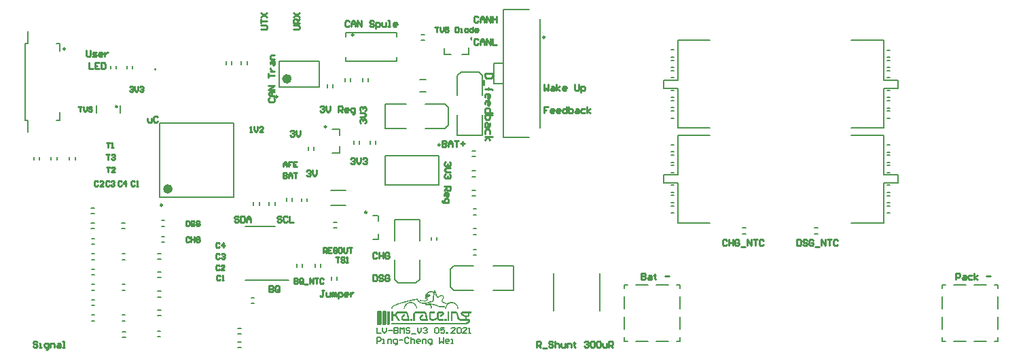
<source format=gbr>
%TF.GenerationSoftware,Altium Limited,Altium Designer,20.1.14 (287)*%
G04 Layer_Color=65535*
%FSLAX26Y26*%
%MOIN*%
%TF.SameCoordinates,99935E59-988C-4C8E-A83C-0B030DBE8EB2*%
%TF.FilePolarity,Positive*%
%TF.FileFunction,Legend,Top*%
%TF.Part,Single*%
G01*
G75*
%TA.AperFunction,NonConductor*%
%ADD50C,0.007874*%
%ADD59C,0.009842*%
%ADD60C,0.023622*%
%ADD61C,0.006000*%
%ADD62C,0.010000*%
%ADD63C,0.007109*%
G36*
X2212500Y1530000D02*
X2197500Y1540000D01*
X2212500Y1550000D01*
Y1530000D01*
D02*
G37*
G36*
X2028596Y306781D02*
X2029490D01*
Y305887D01*
X2030384D01*
Y304993D01*
X2031277D01*
Y304100D01*
Y303206D01*
Y302312D01*
X2032171D01*
Y301418D01*
Y300524D01*
X2033065D01*
Y299630D01*
Y298736D01*
Y297842D01*
X2033959D01*
Y296948D01*
Y296054D01*
Y295161D01*
X2034853D01*
Y294267D01*
Y293373D01*
Y292479D01*
X2035747D01*
Y291585D01*
Y290691D01*
Y289797D01*
Y288903D01*
X2036641D01*
Y288009D01*
Y287115D01*
Y286222D01*
X2037535D01*
Y285328D01*
Y284434D01*
Y283540D01*
X2038429D01*
Y282646D01*
Y281752D01*
Y280858D01*
X2039323D01*
Y279964D01*
Y279070D01*
Y278176D01*
X2040217D01*
Y277283D01*
Y276389D01*
X2041110D01*
Y275495D01*
X2045580D01*
Y276389D01*
X2047368D01*
Y277283D01*
X2049156D01*
Y278176D01*
X2050943D01*
Y279070D01*
X2052731D01*
Y279964D01*
X2054519D01*
Y280858D01*
X2055413D01*
Y281752D01*
X2058095D01*
Y282646D01*
X2059882D01*
Y283540D01*
X2064352D01*
Y282646D01*
X2065246D01*
Y281752D01*
X2067034D01*
Y280858D01*
X2067927D01*
Y279964D01*
X2068821D01*
Y279070D01*
X2069715D01*
Y278176D01*
X2070609D01*
Y277283D01*
X2071503D01*
Y276389D01*
Y275495D01*
X2072397D01*
Y274601D01*
Y273707D01*
X2073291D01*
Y272813D01*
Y271919D01*
Y271025D01*
Y270131D01*
Y269238D01*
X2072397D01*
Y268344D01*
Y267450D01*
Y266556D01*
X2071503D01*
Y265662D01*
Y264768D01*
Y263874D01*
X2070609D01*
Y262980D01*
Y262086D01*
X2069715D01*
Y261192D01*
X2068821D01*
Y260298D01*
Y259404D01*
X2067927D01*
Y258511D01*
Y257617D01*
X2067034D01*
Y256723D01*
Y255829D01*
Y254935D01*
X2066140D01*
Y254041D01*
X2067034D01*
Y253147D01*
X2067927D01*
Y252253D01*
X2068821D01*
Y251359D01*
X2069715D01*
Y250466D01*
X2071503D01*
Y249572D01*
X2072397D01*
Y248678D01*
X2074185D01*
Y247784D01*
X2075972D01*
Y246890D01*
X2077760D01*
Y245996D01*
X2079548D01*
Y245102D01*
X2082230D01*
Y244208D01*
X2084912D01*
Y243314D01*
X2090275D01*
Y244208D01*
X2092063D01*
Y245102D01*
X2093851D01*
Y245996D01*
X2096532D01*
Y246890D01*
X2099214D01*
Y247784D01*
X2102790D01*
Y248678D01*
X2117986D01*
Y247784D01*
X2121561D01*
Y246890D01*
X2123349D01*
Y245996D01*
X2125137D01*
Y245102D01*
X2126925D01*
Y244208D01*
X2128713D01*
Y243314D01*
X2129606D01*
Y242420D01*
X2130501D01*
Y241527D01*
X2132288D01*
Y240633D01*
X2133182D01*
Y239739D01*
X2134076D01*
Y238845D01*
X2134970D01*
Y237951D01*
X2135864D01*
Y237057D01*
X2136758D01*
Y236163D01*
Y235269D01*
X2137652D01*
Y234375D01*
X2138546D01*
Y233482D01*
X2139439D01*
Y232588D01*
Y231694D01*
X2140334D01*
Y230800D01*
Y229906D01*
X2141227D01*
Y229012D01*
Y228118D01*
X2142121D01*
Y227224D01*
Y226330D01*
Y225436D01*
X2143015D01*
Y224542D01*
Y223649D01*
Y222755D01*
X2143909D01*
Y221861D01*
Y220967D01*
Y220073D01*
Y219179D01*
X2144803D01*
Y218285D01*
Y217391D01*
Y216497D01*
Y215603D01*
X2139439D01*
Y216497D01*
Y217391D01*
Y218285D01*
Y219179D01*
Y220073D01*
Y220967D01*
X2138546D01*
Y221861D01*
Y222755D01*
Y223649D01*
X2137652D01*
Y224542D01*
Y225436D01*
Y226330D01*
X2136758D01*
Y227224D01*
Y228118D01*
X2135864D01*
Y229012D01*
Y229906D01*
X2134970D01*
Y230800D01*
X2134076D01*
Y231694D01*
X2133182D01*
Y232588D01*
Y233482D01*
X2132288D01*
Y234375D01*
X2131394D01*
Y235269D01*
X2130501D01*
Y236163D01*
X2129606D01*
Y237057D01*
X2128713D01*
Y237951D01*
X2126925D01*
Y238845D01*
X2126031D01*
Y239739D01*
X2124243D01*
Y240633D01*
X2122455D01*
Y241527D01*
X2119774D01*
Y242420D01*
X2117092D01*
Y243314D01*
X2106365D01*
Y242420D01*
X2103684D01*
Y241527D01*
X2101002D01*
Y240633D01*
X2099214D01*
Y239739D01*
X2097426D01*
Y238845D01*
X2096532D01*
Y237951D01*
X2095638D01*
Y237057D01*
X2093851D01*
Y236163D01*
X2092957D01*
Y235269D01*
X2092063D01*
Y234375D01*
X2091169D01*
Y233482D01*
X2090275D01*
Y232588D01*
Y231694D01*
X2089381D01*
Y230800D01*
X2088487D01*
Y229906D01*
Y229012D01*
X2087593D01*
Y228118D01*
Y227224D01*
X2086699D01*
Y226330D01*
Y225436D01*
X2085805D01*
Y224542D01*
Y223649D01*
X2084912D01*
Y222755D01*
Y221861D01*
Y220967D01*
Y220073D01*
X2084018D01*
Y219179D01*
Y218285D01*
Y217391D01*
Y216497D01*
Y215603D01*
X2078654D01*
Y216497D01*
Y217391D01*
X2079548D01*
Y218285D01*
Y219179D01*
Y220073D01*
Y220967D01*
Y221861D01*
Y222755D01*
X2080442D01*
Y223649D01*
Y224542D01*
Y225436D01*
X2081336D01*
Y226330D01*
Y227224D01*
X2082230D01*
Y228118D01*
Y229012D01*
Y229906D01*
X2083124D01*
Y230800D01*
Y231694D01*
X2084018D01*
Y232588D01*
X2084912D01*
Y233482D01*
Y234375D01*
X2085805D01*
Y235269D01*
X2086699D01*
Y236163D01*
Y237057D01*
X2087593D01*
Y237951D01*
X2085805D01*
Y238845D01*
X2081336D01*
Y239739D01*
X2078654D01*
Y240633D01*
X2076866D01*
Y241527D01*
X2075079D01*
Y242420D01*
X2073291D01*
Y243314D01*
X2071503D01*
Y244208D01*
X2069715D01*
Y245102D01*
X2068821D01*
Y245996D01*
X2067034D01*
Y246890D01*
X2066140D01*
Y247784D01*
X2065246D01*
Y248678D01*
X2064352D01*
Y249572D01*
X2063458D01*
Y250466D01*
X2062564D01*
Y251359D01*
X2061670D01*
Y252253D01*
Y253147D01*
Y254041D01*
Y254935D01*
Y255829D01*
Y256723D01*
Y257617D01*
X2062564D01*
Y258511D01*
Y259404D01*
X2063458D01*
Y260298D01*
Y261192D01*
X2064352D01*
Y262086D01*
Y262980D01*
X2065246D01*
Y263874D01*
Y264768D01*
X2066140D01*
Y265662D01*
Y266556D01*
X2067034D01*
Y267450D01*
Y268344D01*
X2067927D01*
Y269238D01*
Y270131D01*
Y271025D01*
Y271919D01*
Y272813D01*
X2067034D01*
Y273707D01*
Y274601D01*
X2066140D01*
Y275495D01*
X2065246D01*
Y276389D01*
X2064352D01*
Y277283D01*
X2063458D01*
Y278176D01*
X2060776D01*
Y277283D01*
X2058095D01*
Y276389D01*
X2056307D01*
Y275495D01*
X2054519D01*
Y274601D01*
X2052731D01*
Y273707D01*
X2051837D01*
Y272813D01*
X2050050D01*
Y271919D01*
X2048262D01*
Y271025D01*
X2046474D01*
Y270131D01*
X2039323D01*
Y271025D01*
X2038429D01*
Y271919D01*
X2037535D01*
Y272813D01*
X2036641D01*
Y273707D01*
Y274601D01*
X2035747D01*
Y275495D01*
Y276389D01*
Y277283D01*
X2034853D01*
Y278176D01*
Y279070D01*
X2033959D01*
Y279964D01*
Y280858D01*
X2033065D01*
Y281752D01*
Y282646D01*
Y283540D01*
X2032171D01*
Y284434D01*
Y285328D01*
Y286222D01*
Y287115D01*
X2031277D01*
Y288009D01*
Y288903D01*
Y289797D01*
X2030384D01*
Y290691D01*
Y291585D01*
Y292479D01*
Y293373D01*
X2029490D01*
Y294267D01*
Y295161D01*
Y296054D01*
X2028596D01*
Y296948D01*
Y297842D01*
Y298736D01*
Y299630D01*
X2027702D01*
Y298736D01*
Y297842D01*
Y296948D01*
Y296054D01*
Y295161D01*
Y294267D01*
Y293373D01*
Y292479D01*
Y291585D01*
X2026808D01*
Y290691D01*
Y289797D01*
Y288903D01*
Y288009D01*
Y287115D01*
Y286222D01*
Y285328D01*
Y284434D01*
X2025914D01*
Y283540D01*
Y282646D01*
Y281752D01*
Y280858D01*
Y279964D01*
Y279070D01*
Y278176D01*
Y277283D01*
X2025020D01*
Y276389D01*
Y275495D01*
Y274601D01*
Y273707D01*
Y272813D01*
Y271919D01*
Y271025D01*
Y270131D01*
X2024126D01*
Y269238D01*
Y268344D01*
Y267450D01*
Y266556D01*
Y265662D01*
Y264768D01*
Y263874D01*
Y262980D01*
X2023233D01*
Y262086D01*
Y261192D01*
Y260298D01*
Y259404D01*
Y258511D01*
Y257617D01*
Y256723D01*
Y255829D01*
Y254935D01*
X2022339D01*
Y254041D01*
Y253147D01*
Y252253D01*
Y251359D01*
Y250466D01*
Y249572D01*
X2016975D01*
Y248678D01*
X2012506D01*
Y247784D01*
X2008930D01*
Y246890D01*
X2006248D01*
Y245996D01*
X2002673D01*
Y245102D01*
X1999991D01*
Y244208D01*
X1997309D01*
Y243314D01*
X1993734D01*
Y242420D01*
X1991052D01*
Y241527D01*
X1987476D01*
Y240633D01*
X1983901D01*
Y239739D01*
X1968705D01*
Y240633D01*
X1965129D01*
Y241527D01*
X1961553D01*
Y242420D01*
X1958872D01*
Y243314D01*
X1957084D01*
Y244208D01*
X1955296D01*
Y245102D01*
X1953508D01*
Y245996D01*
X1952614D01*
Y246890D01*
X1950826D01*
Y247784D01*
X1949933D01*
Y248678D01*
X1949039D01*
Y249572D01*
X1948145D01*
Y250466D01*
X1946357D01*
Y251359D01*
Y252253D01*
X1945463D01*
Y253147D01*
X1944569D01*
Y254041D01*
X1943675D01*
Y254935D01*
Y255829D01*
X1942782D01*
Y256723D01*
X1941888D01*
Y257617D01*
Y258511D01*
X1940994D01*
Y259404D01*
X1936524D01*
Y258511D01*
X1932055D01*
Y257617D01*
X1926691D01*
Y256723D01*
X1922222D01*
Y255829D01*
X1918646D01*
Y254935D01*
X1913283D01*
Y254041D01*
X1910601D01*
Y253147D01*
X1906131D01*
Y252253D01*
X1901662D01*
Y251359D01*
X1898086D01*
Y250466D01*
X1894511D01*
Y249572D01*
X1891829D01*
Y248678D01*
X1887360D01*
Y247784D01*
X1883784D01*
Y246890D01*
X1881102D01*
Y245996D01*
X1877527D01*
Y245102D01*
X1874845D01*
Y244208D01*
X1871269D01*
Y243314D01*
X1867694D01*
Y242420D01*
X1865906D01*
Y241527D01*
X1862330D01*
Y240633D01*
X1859649D01*
Y239739D01*
X1856967D01*
Y238845D01*
X1854285D01*
Y237951D01*
X1851604D01*
Y237057D01*
X1848922D01*
Y236163D01*
X1847134D01*
Y235269D01*
X1844453D01*
Y234375D01*
X1841771D01*
Y233482D01*
X1839983D01*
Y232588D01*
X1837301D01*
Y231694D01*
X1834620D01*
Y230800D01*
X1833726D01*
Y229906D01*
X1831044D01*
Y229012D01*
X1829256D01*
Y228118D01*
X1827468D01*
Y227224D01*
X1825681D01*
Y226330D01*
X1824787D01*
Y225436D01*
X1822999D01*
Y224542D01*
X1822105D01*
Y223649D01*
X1821211D01*
Y222755D01*
Y221861D01*
X1820317D01*
Y220967D01*
Y220073D01*
Y219179D01*
Y218285D01*
X1821211D01*
Y217391D01*
Y216497D01*
Y215603D01*
X1815848D01*
Y216497D01*
Y217391D01*
Y218285D01*
Y219179D01*
Y220073D01*
Y220967D01*
Y221861D01*
Y222755D01*
Y223649D01*
X1816742D01*
Y224542D01*
Y225436D01*
X1817636D01*
Y226330D01*
X1818529D01*
Y227224D01*
X1819423D01*
Y228118D01*
X1820317D01*
Y229012D01*
X1822105D01*
Y229906D01*
X1822999D01*
Y230800D01*
X1824787D01*
Y231694D01*
X1825681D01*
Y232588D01*
X1827468D01*
Y233482D01*
X1829256D01*
Y234375D01*
X1831044D01*
Y235269D01*
X1833726D01*
Y236163D01*
X1835514D01*
Y237057D01*
X1837301D01*
Y237951D01*
X1839089D01*
Y238845D01*
X1841771D01*
Y239739D01*
X1844453D01*
Y240633D01*
X1846240D01*
Y241527D01*
X1848922D01*
Y242420D01*
X1850710D01*
Y243314D01*
X1854285D01*
Y244208D01*
X1856967D01*
Y245102D01*
X1858755D01*
Y245996D01*
X1862330D01*
Y246890D01*
X1865012D01*
Y247784D01*
X1867694D01*
Y248678D01*
X1871269D01*
Y249572D01*
X1873951D01*
Y250466D01*
X1877527D01*
Y251359D01*
X1880208D01*
Y252253D01*
X1883784D01*
Y253147D01*
X1887360D01*
Y254041D01*
X1890935D01*
Y254935D01*
X1894511D01*
Y255829D01*
X1897193D01*
Y256723D01*
X1901662D01*
Y257617D01*
X1906131D01*
Y258511D01*
X1909707D01*
Y259404D01*
X1914177D01*
Y260298D01*
X1916858D01*
Y261192D01*
X1922222D01*
Y262086D01*
X1927585D01*
Y262980D01*
X1931161D01*
Y263874D01*
X1937418D01*
Y264768D01*
X1941888D01*
Y265662D01*
X1943675D01*
Y264768D01*
X1944569D01*
Y263874D01*
Y262980D01*
Y262086D01*
X1945463D01*
Y261192D01*
Y260298D01*
X1946357D01*
Y259404D01*
X1947251D01*
Y258511D01*
Y257617D01*
X1948145D01*
Y256723D01*
X1949039D01*
Y255829D01*
X1949933D01*
Y254935D01*
X1950826D01*
Y254041D01*
X1951720D01*
Y253147D01*
X1952614D01*
Y252253D01*
X1953508D01*
Y251359D01*
X1954402D01*
Y250466D01*
X1956190D01*
Y249572D01*
X1957978D01*
Y248678D01*
X1959766D01*
Y247784D01*
X1962447D01*
Y246890D01*
X1965129D01*
Y245996D01*
X1969598D01*
Y245102D01*
X1983007D01*
Y245996D01*
X1987476D01*
Y246890D01*
X1990158D01*
Y247784D01*
X1993734D01*
Y248678D01*
X1997309D01*
Y249572D01*
X1999097D01*
Y250466D01*
X2002673D01*
Y251359D01*
X2005354D01*
Y252253D01*
X2008036D01*
Y253147D01*
X2012506D01*
Y254041D01*
X2016081D01*
Y254935D01*
X2017869D01*
Y255829D01*
Y256723D01*
Y257617D01*
Y258511D01*
Y259404D01*
Y260298D01*
Y261192D01*
X2018763D01*
Y262086D01*
Y262980D01*
Y263874D01*
Y264768D01*
Y265662D01*
Y266556D01*
Y267450D01*
Y268344D01*
Y269238D01*
X2019657D01*
Y270131D01*
Y271025D01*
Y271919D01*
Y272813D01*
Y273707D01*
Y274601D01*
Y275495D01*
Y276389D01*
Y277283D01*
Y278176D01*
Y279070D01*
Y279964D01*
X2020551D01*
Y280858D01*
Y281752D01*
Y282646D01*
Y283540D01*
Y284434D01*
Y285328D01*
Y286222D01*
Y287115D01*
Y288009D01*
Y288903D01*
Y289797D01*
Y290691D01*
Y291585D01*
Y292479D01*
Y293373D01*
X2019657D01*
Y294267D01*
X2018763D01*
Y295161D01*
X2016975D01*
Y296054D01*
X2014293D01*
Y296948D01*
X2008036D01*
Y296054D01*
X2003567D01*
Y295161D01*
X2000885D01*
Y294267D01*
X1999097D01*
Y293373D01*
X1996416D01*
Y292479D01*
X1995522D01*
Y291585D01*
X1993734D01*
Y290691D01*
X1992840D01*
Y289797D01*
X1991946D01*
Y288903D01*
Y288009D01*
X1994628D01*
Y287115D01*
X1996416D01*
Y286222D01*
X2000885D01*
Y285328D01*
X2005354D01*
Y284434D01*
X2006248D01*
Y283540D01*
Y282646D01*
Y281752D01*
X2007142D01*
Y280858D01*
Y279964D01*
Y279070D01*
X2006248D01*
Y278176D01*
Y277283D01*
X2004461D01*
Y276389D01*
X2003567D01*
Y275495D01*
X2001779D01*
Y274601D01*
X1999991D01*
Y273707D01*
X1998203D01*
Y272813D01*
X1995522D01*
Y271919D01*
X1993734D01*
Y271025D01*
X1991052D01*
Y270131D01*
X1987476D01*
Y269238D01*
X1986583D01*
Y268344D01*
X1987476D01*
Y267450D01*
X1988370D01*
Y266556D01*
X1993734D01*
Y265662D01*
X1994628D01*
Y264768D01*
Y263874D01*
Y262980D01*
Y262086D01*
X1995522D01*
Y261192D01*
Y260298D01*
Y259404D01*
Y258511D01*
Y257617D01*
X1994628D01*
Y256723D01*
X1992840D01*
Y255829D01*
X1991052D01*
Y254935D01*
X1989264D01*
Y254041D01*
X1987476D01*
Y253147D01*
X1985689D01*
Y252253D01*
X1983007D01*
Y251359D01*
X1982113D01*
Y250466D01*
X1976750D01*
Y251359D01*
X1970492D01*
Y252253D01*
X1961553D01*
Y253147D01*
X1954402D01*
Y254041D01*
Y254935D01*
X1953508D01*
Y255829D01*
Y256723D01*
Y257617D01*
X1954402D01*
Y258511D01*
X1960659D01*
Y257617D01*
X1969598D01*
Y256723D01*
X1977644D01*
Y255829D01*
X1980325D01*
Y256723D01*
X1983007D01*
Y257617D01*
X1984795D01*
Y258511D01*
X1986583D01*
Y259404D01*
X1988370D01*
Y260298D01*
X1990158D01*
Y261192D01*
X1987476D01*
Y262086D01*
X1984795D01*
Y262980D01*
X1983901D01*
Y263874D01*
X1983007D01*
Y264768D01*
Y265662D01*
X1982113D01*
Y266556D01*
Y267450D01*
Y268344D01*
Y269238D01*
X1981219D01*
Y270131D01*
Y271025D01*
Y271919D01*
X1980325D01*
Y272813D01*
Y273707D01*
Y274601D01*
Y275495D01*
Y276389D01*
Y277283D01*
Y278176D01*
Y279070D01*
Y279964D01*
X1981219D01*
Y280858D01*
Y281752D01*
Y282646D01*
X1982113D01*
Y283540D01*
Y284434D01*
X1983007D01*
Y285328D01*
Y286222D01*
X1983901D01*
Y287115D01*
Y288009D01*
X1984795D01*
Y288903D01*
X1985689D01*
Y289797D01*
Y290691D01*
X1986583D01*
Y291585D01*
X1987476D01*
Y292479D01*
X1988370D01*
Y293373D01*
X1989264D01*
Y294267D01*
X1990158D01*
Y295161D01*
X1991946D01*
Y296054D01*
X1992840D01*
Y296948D01*
X1994628D01*
Y297842D01*
X1996416D01*
Y298736D01*
X1997309D01*
Y299630D01*
X1999991D01*
Y300524D01*
X2002673D01*
Y301418D01*
X2008930D01*
Y302312D01*
X2013400D01*
Y301418D01*
X2017869D01*
Y300524D01*
X2019657D01*
Y299630D01*
X2021445D01*
Y298736D01*
X2022339D01*
Y297842D01*
X2023233D01*
Y298736D01*
Y299630D01*
Y300524D01*
Y301418D01*
X2024126D01*
Y302312D01*
Y303206D01*
Y304100D01*
Y304993D01*
X2025020D01*
Y305887D01*
Y306781D01*
X2026808D01*
Y307675D01*
X2028596D01*
Y306781D01*
D02*
G37*
G36*
X2009824Y240633D02*
X2016975D01*
Y239739D01*
X2022339D01*
Y238845D01*
X2026808D01*
Y237951D01*
X2029490D01*
Y237057D01*
X2032171D01*
Y236163D01*
X2034853D01*
Y235269D01*
X2037535D01*
Y234375D01*
X2040217D01*
Y233482D01*
X2042005D01*
Y232588D01*
X2043792D01*
Y231694D01*
X2045580D01*
Y230800D01*
X2047368D01*
Y229906D01*
X2050050D01*
Y229012D01*
X2050943D01*
Y228118D01*
X2071503D01*
Y229012D01*
X2077760D01*
Y228118D01*
X2078654D01*
Y227224D01*
Y226330D01*
Y225436D01*
X2077760D01*
Y224542D01*
X2076866D01*
Y223649D01*
X2070609D01*
Y222755D01*
X2050943D01*
Y223649D01*
X2048262D01*
Y224542D01*
X2046474D01*
Y225436D01*
X2044686D01*
Y226330D01*
X2042898D01*
Y227224D01*
X2041110D01*
Y228118D01*
X2038429D01*
Y229012D01*
X2036641D01*
Y229906D01*
X2034853D01*
Y230800D01*
X2032171D01*
Y231694D01*
X2029490D01*
Y232588D01*
X2025914D01*
Y233482D01*
X2023233D01*
Y234375D01*
X2017869D01*
Y235269D01*
X2009824D01*
Y234375D01*
X2011612D01*
Y233482D01*
Y232588D01*
X2012506D01*
Y231694D01*
Y230800D01*
Y229906D01*
X2013400D01*
Y229012D01*
Y228118D01*
Y227224D01*
Y226330D01*
Y225436D01*
Y224542D01*
Y223649D01*
Y222755D01*
Y221861D01*
Y220967D01*
Y220073D01*
Y219179D01*
Y218285D01*
X2012506D01*
Y217391D01*
Y216497D01*
Y215603D01*
X2008036D01*
Y216497D01*
Y217391D01*
Y218285D01*
Y219179D01*
Y220073D01*
Y220967D01*
X2008930D01*
Y221861D01*
Y222755D01*
Y223649D01*
Y224542D01*
Y225436D01*
Y226330D01*
Y227224D01*
Y228118D01*
X2008036D01*
Y229012D01*
Y229906D01*
Y230800D01*
X2004461D01*
Y231694D01*
X1991946D01*
Y232588D01*
X1983007D01*
Y233482D01*
X1982113D01*
Y234375D01*
X1981219D01*
Y235269D01*
Y236163D01*
X1982113D01*
Y237057D01*
X1983007D01*
Y237951D01*
X1983901D01*
Y238845D01*
X1986583D01*
Y239739D01*
X1991946D01*
Y240633D01*
X1999097D01*
Y241527D01*
X2009824D01*
Y240633D01*
D02*
G37*
G36*
X1913283Y248678D02*
X1917752D01*
Y247784D01*
X1920434D01*
Y246890D01*
X1922222D01*
Y245996D01*
X1924010D01*
Y245102D01*
X1924903D01*
Y244208D01*
X1926691D01*
Y243314D01*
X1927585D01*
Y242420D01*
X1928479D01*
Y241527D01*
X1930267D01*
Y240633D01*
X1931161D01*
Y239739D01*
X1932055D01*
Y238845D01*
X1932949D01*
Y237951D01*
X1933842D01*
Y237057D01*
X1934736D01*
Y236163D01*
Y235269D01*
X1935630D01*
Y234375D01*
X1936524D01*
Y233482D01*
Y232588D01*
X1937418D01*
Y231694D01*
X1938312D01*
Y230800D01*
Y229906D01*
X1939206D01*
Y229012D01*
Y228118D01*
Y227224D01*
X1940100D01*
Y226330D01*
Y225436D01*
X1940994D01*
Y224542D01*
Y223649D01*
Y222755D01*
Y221861D01*
X1941888D01*
Y220967D01*
Y220073D01*
Y219179D01*
Y218285D01*
Y217391D01*
Y216497D01*
Y215603D01*
X1937418D01*
Y216497D01*
Y217391D01*
Y218285D01*
Y219179D01*
X1936524D01*
Y220073D01*
Y220967D01*
Y221861D01*
Y222755D01*
Y223649D01*
X1935630D01*
Y224542D01*
Y225436D01*
X1934736D01*
Y226330D01*
Y227224D01*
Y228118D01*
X1933842D01*
Y229012D01*
X1932949D01*
Y229906D01*
Y230800D01*
X1932055D01*
Y231694D01*
X1931161D01*
Y232588D01*
X1930267D01*
Y233482D01*
Y234375D01*
X1929373D01*
Y235269D01*
X1928479D01*
Y236163D01*
X1927585D01*
Y237057D01*
X1926691D01*
Y237951D01*
X1925797D01*
Y238845D01*
X1924010D01*
Y239739D01*
X1922222D01*
Y240633D01*
X1921328D01*
Y241527D01*
X1919540D01*
Y242420D01*
X1916858D01*
Y243314D01*
X1913283D01*
Y244208D01*
X1905238D01*
Y243314D01*
X1900768D01*
Y242420D01*
X1898980D01*
Y241527D01*
X1897193D01*
Y240633D01*
X1896299D01*
Y239739D01*
X1894511D01*
Y238845D01*
X1893617D01*
Y237951D01*
X1892723D01*
Y237057D01*
X1890935D01*
Y236163D01*
Y235269D01*
X1890041D01*
Y234375D01*
X1888254D01*
Y233482D01*
Y232588D01*
X1887360D01*
Y231694D01*
X1886466D01*
Y230800D01*
X1885572D01*
Y229906D01*
Y229012D01*
X1884678D01*
Y228118D01*
X1883784D01*
Y227224D01*
Y226330D01*
X1882890D01*
Y225436D01*
Y224542D01*
Y223649D01*
X1881996D01*
Y222755D01*
Y221861D01*
Y220967D01*
X1881102D01*
Y220073D01*
Y219179D01*
Y218285D01*
Y217391D01*
Y216497D01*
X1880208D01*
Y215603D01*
X1875739D01*
Y216497D01*
Y217391D01*
Y218285D01*
X1876633D01*
Y219179D01*
Y220073D01*
Y220967D01*
Y221861D01*
Y222755D01*
X1877527D01*
Y223649D01*
Y224542D01*
Y225436D01*
X1878420D01*
Y226330D01*
Y227224D01*
Y228118D01*
X1879315D01*
Y229012D01*
Y229906D01*
X1880208D01*
Y230800D01*
Y231694D01*
X1881102D01*
Y232588D01*
X1881996D01*
Y233482D01*
Y234375D01*
X1882890D01*
Y235269D01*
X1883784D01*
Y236163D01*
X1884678D01*
Y237057D01*
X1885572D01*
Y237951D01*
Y238845D01*
X1886466D01*
Y239739D01*
X1887360D01*
Y240633D01*
X1888254D01*
Y241527D01*
X1890041D01*
Y242420D01*
X1890935D01*
Y243314D01*
X1891829D01*
Y244208D01*
X1893617D01*
Y245102D01*
X1894511D01*
Y245996D01*
X1896299D01*
Y246890D01*
X1898086D01*
Y247784D01*
X1900768D01*
Y248678D01*
X1905238D01*
Y249572D01*
X1913283D01*
Y248678D01*
D02*
G37*
G36*
X1886466Y202195D02*
X1889148D01*
Y201301D01*
X1890935D01*
Y200407D01*
X1892723D01*
Y199513D01*
X1893617D01*
Y198619D01*
X1894511D01*
Y197726D01*
Y196832D01*
X1895405D01*
Y195938D01*
X1896299D01*
Y195044D01*
Y194150D01*
X1897193D01*
Y193256D01*
Y192362D01*
Y191468D01*
Y190574D01*
X1898086D01*
Y189680D01*
Y188786D01*
Y187893D01*
Y186999D01*
X1898980D01*
Y186105D01*
Y185211D01*
Y184317D01*
Y183423D01*
Y182529D01*
X1899874D01*
Y181635D01*
Y180741D01*
Y179847D01*
Y178954D01*
X1900768D01*
Y178060D01*
Y177166D01*
Y176272D01*
Y175378D01*
X1901662D01*
Y174484D01*
Y173590D01*
Y172696D01*
Y171802D01*
Y170908D01*
X1902556D01*
Y170015D01*
Y169121D01*
Y168227D01*
Y167333D01*
X1903450D01*
Y166439D01*
Y165545D01*
Y164651D01*
X1904344D01*
Y163757D01*
Y162863D01*
Y161969D01*
Y161076D01*
X1905238D01*
Y160182D01*
Y159288D01*
Y158394D01*
Y157500D01*
X1872163D01*
Y158394D01*
X1868588D01*
Y159288D01*
X1867694D01*
Y160182D01*
X1866800D01*
Y161076D01*
X1865906D01*
Y161969D01*
X1865012D01*
Y162863D01*
Y163757D01*
X1864118D01*
Y164651D01*
Y165545D01*
X1863224D01*
Y166439D01*
Y167333D01*
Y168227D01*
Y169121D01*
Y170015D01*
X1862330D01*
Y170908D01*
X1863224D01*
Y171802D01*
Y172696D01*
Y173590D01*
Y174484D01*
Y175378D01*
Y176272D01*
X1864118D01*
Y177166D01*
Y178060D01*
X1865012D01*
Y178954D01*
X1865906D01*
Y179847D01*
X1866800D01*
Y180741D01*
X1867694D01*
Y181635D01*
X1868588D01*
Y182529D01*
X1870376D01*
Y183423D01*
X1871269D01*
Y184317D01*
X1872163D01*
Y185211D01*
X1873951D01*
Y186105D01*
X1874845D01*
Y186999D01*
X1875739D01*
Y187893D01*
X1877527D01*
Y188786D01*
X1879315D01*
Y187893D01*
X1880208D01*
Y186999D01*
Y186105D01*
X1881102D01*
Y185211D01*
X1881996D01*
Y184317D01*
Y183423D01*
X1882890D01*
Y182529D01*
Y181635D01*
X1881996D01*
Y180741D01*
X1880208D01*
Y179847D01*
X1879315D01*
Y178954D01*
X1878420D01*
Y178060D01*
X1877527D01*
Y177166D01*
X1876633D01*
Y176272D01*
X1874845D01*
Y175378D01*
X1873951D01*
Y174484D01*
X1873057D01*
Y173590D01*
X1872163D01*
Y172696D01*
X1871269D01*
Y171802D01*
Y170908D01*
Y170015D01*
Y169121D01*
Y168227D01*
Y167333D01*
X1872163D01*
Y166439D01*
X1895405D01*
Y167333D01*
X1894511D01*
Y168227D01*
Y169121D01*
Y170015D01*
Y170908D01*
X1893617D01*
Y171802D01*
Y172696D01*
Y173590D01*
Y174484D01*
Y175378D01*
X1892723D01*
Y176272D01*
Y177166D01*
Y178060D01*
Y178954D01*
X1891829D01*
Y179847D01*
Y180741D01*
Y181635D01*
Y182529D01*
X1890935D01*
Y183423D01*
Y184317D01*
Y185211D01*
Y186105D01*
Y186999D01*
X1890041D01*
Y187893D01*
Y188786D01*
Y189680D01*
X1889148D01*
Y190574D01*
Y191468D01*
X1888254D01*
Y192362D01*
X1887360D01*
Y193256D01*
X1845347D01*
Y192362D01*
X1844453D01*
Y191468D01*
X1843559D01*
Y190574D01*
Y189680D01*
X1842665D01*
Y188786D01*
Y187893D01*
X1841771D01*
Y186999D01*
X1840877D01*
Y186105D01*
Y185211D01*
X1839983D01*
Y184317D01*
Y183423D01*
X1840877D01*
Y182529D01*
X1841771D01*
Y181635D01*
Y180741D01*
X1842665D01*
Y179847D01*
X1843559D01*
Y178954D01*
Y178060D01*
X1844453D01*
Y177166D01*
X1845347D01*
Y176272D01*
X1846240D01*
Y175378D01*
Y174484D01*
X1847134D01*
Y173590D01*
X1848028D01*
Y172696D01*
Y171802D01*
X1848922D01*
Y170908D01*
Y170015D01*
X1849816D01*
Y169121D01*
X1850710D01*
Y168227D01*
Y167333D01*
X1851604D01*
Y166439D01*
X1852497D01*
Y165545D01*
Y164651D01*
X1853391D01*
Y163757D01*
X1854285D01*
Y162863D01*
Y161969D01*
X1855179D01*
Y161076D01*
X1856073D01*
Y160182D01*
Y159288D01*
X1856967D01*
Y158394D01*
X1857861D01*
Y157500D01*
X1847134D01*
Y158394D01*
Y159288D01*
X1846240D01*
Y160182D01*
X1845347D01*
Y161076D01*
X1844453D01*
Y161969D01*
Y162863D01*
X1843559D01*
Y163757D01*
Y164651D01*
X1842665D01*
Y165545D01*
X1841771D01*
Y166439D01*
Y167333D01*
X1840877D01*
Y168227D01*
Y169121D01*
X1839983D01*
Y170015D01*
X1839089D01*
Y170908D01*
Y171802D01*
X1838195D01*
Y172696D01*
X1837301D01*
Y173590D01*
Y174484D01*
X1836407D01*
Y175378D01*
X1835514D01*
Y176272D01*
Y177166D01*
X1834620D01*
Y178060D01*
X1833726D01*
Y178954D01*
Y179847D01*
X1832832D01*
Y180741D01*
X1823893D01*
Y179847D01*
Y178954D01*
Y178060D01*
Y177166D01*
Y176272D01*
Y175378D01*
Y174484D01*
Y173590D01*
Y172696D01*
Y171802D01*
Y170908D01*
Y170015D01*
Y169121D01*
Y168227D01*
Y167333D01*
Y166439D01*
Y165545D01*
Y164651D01*
Y163757D01*
Y162863D01*
Y161969D01*
Y161076D01*
Y160182D01*
Y159288D01*
Y158394D01*
Y157500D01*
X1815848D01*
Y158394D01*
Y159288D01*
Y160182D01*
Y161076D01*
Y161969D01*
Y162863D01*
Y163757D01*
Y164651D01*
Y165545D01*
Y166439D01*
Y167333D01*
Y168227D01*
Y169121D01*
Y170015D01*
Y170908D01*
Y171802D01*
Y172696D01*
Y173590D01*
Y174484D01*
Y175378D01*
Y176272D01*
Y177166D01*
Y178060D01*
Y178954D01*
Y179847D01*
Y180741D01*
Y181635D01*
Y182529D01*
Y183423D01*
Y184317D01*
Y185211D01*
Y186105D01*
Y186999D01*
Y187893D01*
Y188786D01*
Y189680D01*
Y190574D01*
Y191468D01*
Y192362D01*
Y193256D01*
Y194150D01*
Y195044D01*
Y195938D01*
Y196832D01*
Y197726D01*
Y198619D01*
Y199513D01*
Y200407D01*
Y201301D01*
Y202195D01*
Y203089D01*
X1823893D01*
Y202195D01*
Y201301D01*
Y200407D01*
Y199513D01*
Y198619D01*
Y197726D01*
Y196832D01*
Y195938D01*
Y195044D01*
Y194150D01*
Y193256D01*
Y192362D01*
Y191468D01*
Y190574D01*
Y189680D01*
X1833726D01*
Y190574D01*
Y191468D01*
X1834620D01*
Y192362D01*
X1835514D01*
Y193256D01*
Y194150D01*
X1836407D01*
Y195044D01*
Y195938D01*
X1837301D01*
Y196832D01*
X1838195D01*
Y197726D01*
X1839089D01*
Y198619D01*
X1839983D01*
Y199513D01*
X1840877D01*
Y200407D01*
X1841771D01*
Y201301D01*
X1843559D01*
Y202195D01*
X1846240D01*
Y203089D01*
X1886466D01*
Y202195D01*
D02*
G37*
G36*
X2067034D02*
X2068821D01*
Y201301D01*
X2069715D01*
Y200407D01*
X2070609D01*
Y199513D01*
X2071503D01*
Y198619D01*
X2072397D01*
Y197726D01*
Y196832D01*
Y195938D01*
X2073291D01*
Y195044D01*
Y194150D01*
Y193256D01*
Y192362D01*
Y191468D01*
Y190574D01*
Y189680D01*
Y188786D01*
Y187893D01*
X2072397D01*
Y186999D01*
X2071503D01*
Y186105D01*
Y185211D01*
X2070609D01*
Y184317D01*
X2069715D01*
Y183423D01*
X2068821D01*
Y182529D01*
X2067034D01*
Y181635D01*
X2066140D01*
Y180741D01*
X2064352D01*
Y179847D01*
X2062564D01*
Y178954D01*
X2060776D01*
Y178060D01*
X2059882D01*
Y177166D01*
X2058095D01*
Y176272D01*
X2057201D01*
Y175378D01*
X2056307D01*
Y176272D01*
X2055413D01*
Y177166D01*
Y178060D01*
X2054519D01*
Y178954D01*
Y179847D01*
X2053625D01*
Y180741D01*
Y181635D01*
X2052731D01*
Y182529D01*
Y183423D01*
X2053625D01*
Y184317D01*
X2055413D01*
Y185211D01*
X2056307D01*
Y186105D01*
X2058095D01*
Y186999D01*
X2058988D01*
Y187893D01*
X2060776D01*
Y188786D01*
X2061670D01*
Y189680D01*
X2063458D01*
Y190574D01*
X2065246D01*
Y191468D01*
Y192362D01*
Y193256D01*
X2064352D01*
Y194150D01*
X2050050D01*
Y193256D01*
X2048262D01*
Y192362D01*
X2047368D01*
Y191468D01*
X2046474D01*
Y190574D01*
Y189680D01*
Y188786D01*
Y187893D01*
Y186999D01*
Y186105D01*
Y185211D01*
Y184317D01*
Y183423D01*
Y182529D01*
Y181635D01*
Y180741D01*
Y179847D01*
Y178954D01*
Y178060D01*
Y177166D01*
Y176272D01*
Y175378D01*
Y174484D01*
Y173590D01*
Y172696D01*
Y171802D01*
Y170908D01*
Y170015D01*
Y169121D01*
X2047368D01*
Y168227D01*
X2048262D01*
Y167333D01*
X2050943D01*
Y166439D01*
X2072397D01*
Y165545D01*
Y164651D01*
Y163757D01*
Y162863D01*
Y161969D01*
Y161076D01*
Y160182D01*
Y159288D01*
Y158394D01*
Y157500D01*
X2049156D01*
Y158394D01*
X2045580D01*
Y159288D01*
X2044686D01*
Y160182D01*
X2042898D01*
Y161076D01*
X2042005D01*
Y161969D01*
X2041110D01*
Y162863D01*
Y163757D01*
X2040217D01*
Y164651D01*
X2038429D01*
Y163757D01*
X2037535D01*
Y162863D01*
X2035747D01*
Y161969D01*
X2034853D01*
Y161076D01*
X2033065D01*
Y160182D01*
X2030384D01*
Y159288D01*
X2028596D01*
Y158394D01*
X2024126D01*
Y157500D01*
X2010718D01*
Y158394D01*
X2008036D01*
Y159288D01*
X2007142D01*
Y160182D01*
X2005354D01*
Y161076D01*
X2004461D01*
Y161969D01*
X2003567D01*
Y162863D01*
X2002673D01*
Y163757D01*
Y164651D01*
X2001779D01*
Y165545D01*
X2000885D01*
Y166439D01*
Y167333D01*
Y168227D01*
X1999991D01*
Y169121D01*
Y170015D01*
Y170908D01*
Y171802D01*
Y172696D01*
Y173590D01*
Y174484D01*
Y175378D01*
Y176272D01*
Y177166D01*
Y178060D01*
Y178954D01*
Y179847D01*
Y180741D01*
Y181635D01*
Y182529D01*
Y183423D01*
Y184317D01*
Y185211D01*
Y186105D01*
Y186999D01*
Y187893D01*
Y188786D01*
Y189680D01*
Y190574D01*
Y191468D01*
Y192362D01*
Y193256D01*
X2000885D01*
Y194150D01*
Y195044D01*
Y195938D01*
X2001779D01*
Y196832D01*
X2002673D01*
Y197726D01*
Y198619D01*
X2003567D01*
Y199513D01*
X2004461D01*
Y200407D01*
X2006248D01*
Y201301D01*
X2007142D01*
Y202195D01*
X2008930D01*
Y203089D01*
X2026808D01*
Y202195D01*
Y201301D01*
Y200407D01*
Y199513D01*
Y198619D01*
Y197726D01*
Y196832D01*
Y195938D01*
Y195044D01*
Y194150D01*
X2021445D01*
Y193256D01*
X2009824D01*
Y192362D01*
X2008930D01*
Y191468D01*
Y190574D01*
X2008036D01*
Y189680D01*
Y188786D01*
Y187893D01*
Y186999D01*
Y186105D01*
Y185211D01*
Y184317D01*
Y183423D01*
Y182529D01*
Y181635D01*
Y180741D01*
Y179847D01*
Y178954D01*
Y178060D01*
Y177166D01*
Y176272D01*
Y175378D01*
Y174484D01*
Y173590D01*
Y172696D01*
Y171802D01*
Y170908D01*
Y170015D01*
X2008930D01*
Y169121D01*
Y168227D01*
X2009824D01*
Y167333D01*
X2011612D01*
Y166439D01*
X2025020D01*
Y167333D01*
X2027702D01*
Y168227D01*
X2029490D01*
Y169121D01*
X2031277D01*
Y170015D01*
X2033065D01*
Y170908D01*
X2033959D01*
Y171802D01*
X2035747D01*
Y172696D01*
X2036641D01*
Y173590D01*
X2037535D01*
Y174484D01*
X2038429D01*
Y175378D01*
Y176272D01*
Y177166D01*
Y178060D01*
Y178954D01*
Y179847D01*
Y180741D01*
Y181635D01*
Y182529D01*
Y183423D01*
Y184317D01*
Y185211D01*
Y186105D01*
Y186999D01*
Y187893D01*
Y188786D01*
Y189680D01*
Y190574D01*
Y191468D01*
Y192362D01*
Y193256D01*
X2039323D01*
Y194150D01*
Y195044D01*
Y195938D01*
X2040217D01*
Y196832D01*
X2041110D01*
Y197726D01*
Y198619D01*
X2042005D01*
Y199513D01*
X2042898D01*
Y200407D01*
X2043792D01*
Y201301D01*
X2045580D01*
Y202195D01*
X2048262D01*
Y203089D01*
X2067034D01*
Y202195D01*
D02*
G37*
G36*
X1976750D02*
X1979431D01*
Y201301D01*
X1981219D01*
Y200407D01*
X1982113D01*
Y199513D01*
X1983007D01*
Y198619D01*
X1983901D01*
Y197726D01*
X1984795D01*
Y196832D01*
X1985689D01*
Y195938D01*
X1986583D01*
Y195044D01*
Y194150D01*
Y193256D01*
X1987476D01*
Y192362D01*
Y191468D01*
Y190574D01*
Y189680D01*
Y188786D01*
X1988370D01*
Y187893D01*
Y186999D01*
Y186105D01*
Y185211D01*
X1989264D01*
Y184317D01*
Y183423D01*
Y182529D01*
Y181635D01*
X1990158D01*
Y180741D01*
Y179847D01*
Y178954D01*
X1991052D01*
Y178060D01*
Y177166D01*
Y176272D01*
Y175378D01*
Y174484D01*
X1991946D01*
Y173590D01*
Y172696D01*
Y171802D01*
Y170908D01*
X1992840D01*
Y170015D01*
Y169121D01*
Y168227D01*
Y167333D01*
X1993734D01*
Y166439D01*
Y165545D01*
Y164651D01*
Y163757D01*
Y162863D01*
X1994628D01*
Y161969D01*
Y161076D01*
Y160182D01*
Y159288D01*
X1995522D01*
Y158394D01*
Y157500D01*
X1962447D01*
Y158394D01*
X1958872D01*
Y159288D01*
X1957978D01*
Y160182D01*
X1956190D01*
Y161076D01*
Y161969D01*
X1955296D01*
Y162863D01*
X1954402D01*
Y163757D01*
Y164651D01*
X1953508D01*
Y165545D01*
Y166439D01*
Y167333D01*
Y168227D01*
X1952614D01*
Y169121D01*
Y170015D01*
Y170908D01*
Y171802D01*
Y172696D01*
Y173590D01*
X1953508D01*
Y174484D01*
Y175378D01*
Y176272D01*
Y177166D01*
X1954402D01*
Y178060D01*
Y178954D01*
X1955296D01*
Y179847D01*
X1956190D01*
Y180741D01*
X1957978D01*
Y181635D01*
X1958872D01*
Y182529D01*
X1959766D01*
Y183423D01*
X1961553D01*
Y184317D01*
X1962447D01*
Y185211D01*
X1964235D01*
Y186105D01*
X1965129D01*
Y186999D01*
X1966023D01*
Y187893D01*
X1967811D01*
Y188786D01*
X1969598D01*
Y187893D01*
Y186999D01*
X1970492D01*
Y186105D01*
X1971386D01*
Y185211D01*
Y184317D01*
X1972280D01*
Y183423D01*
X1973174D01*
Y182529D01*
X1972280D01*
Y181635D01*
X1971386D01*
Y180741D01*
X1970492D01*
Y179847D01*
X1969598D01*
Y178954D01*
X1968705D01*
Y178060D01*
X1966917D01*
Y177166D01*
X1966023D01*
Y176272D01*
X1965129D01*
Y175378D01*
X1964235D01*
Y174484D01*
X1963341D01*
Y173590D01*
X1962447D01*
Y172696D01*
X1961553D01*
Y171802D01*
X1960659D01*
Y170908D01*
Y170015D01*
Y169121D01*
X1961553D01*
Y168227D01*
Y167333D01*
X1962447D01*
Y166439D01*
X1984795D01*
Y167333D01*
Y168227D01*
Y169121D01*
Y170015D01*
X1983901D01*
Y170908D01*
Y171802D01*
Y172696D01*
Y173590D01*
X1983007D01*
Y174484D01*
Y175378D01*
Y176272D01*
Y177166D01*
Y178060D01*
X1982113D01*
Y178954D01*
Y179847D01*
Y180741D01*
Y181635D01*
X1981219D01*
Y182529D01*
Y183423D01*
Y184317D01*
Y185211D01*
X1980325D01*
Y186105D01*
Y186999D01*
Y187893D01*
Y188786D01*
X1979431D01*
Y189680D01*
Y190574D01*
X1978537D01*
Y191468D01*
Y192362D01*
X1976750D01*
Y193256D01*
X1933842D01*
Y192362D01*
X1932949D01*
Y191468D01*
X1932055D01*
Y190574D01*
Y189680D01*
X1931161D01*
Y188786D01*
Y187893D01*
Y186999D01*
Y186105D01*
Y185211D01*
Y184317D01*
Y183423D01*
Y182529D01*
Y181635D01*
Y180741D01*
Y179847D01*
Y178954D01*
Y178060D01*
Y177166D01*
Y176272D01*
Y175378D01*
Y174484D01*
Y173590D01*
Y172696D01*
Y171802D01*
Y170908D01*
Y170015D01*
Y169121D01*
Y168227D01*
Y167333D01*
Y166439D01*
Y165545D01*
Y164651D01*
Y163757D01*
Y162863D01*
Y161969D01*
Y161076D01*
Y160182D01*
Y159288D01*
Y158394D01*
Y157500D01*
X1923116D01*
Y158394D01*
Y159288D01*
Y160182D01*
Y161076D01*
Y161969D01*
Y162863D01*
Y163757D01*
Y164651D01*
Y165545D01*
Y166439D01*
Y167333D01*
Y168227D01*
Y169121D01*
Y170015D01*
Y170908D01*
Y171802D01*
Y172696D01*
Y173590D01*
Y174484D01*
Y175378D01*
Y176272D01*
Y177166D01*
Y178060D01*
Y178954D01*
Y179847D01*
Y180741D01*
Y181635D01*
Y182529D01*
Y183423D01*
Y184317D01*
Y185211D01*
Y186105D01*
Y186999D01*
Y187893D01*
Y188786D01*
Y189680D01*
Y190574D01*
Y191468D01*
X1924010D01*
Y192362D01*
Y193256D01*
Y194150D01*
X1924903D01*
Y195044D01*
Y195938D01*
X1925797D01*
Y196832D01*
Y197726D01*
X1926691D01*
Y198619D01*
X1927585D01*
Y199513D01*
X1928479D01*
Y200407D01*
X1930267D01*
Y201301D01*
X1932055D01*
Y202195D01*
X1934736D01*
Y203089D01*
X1976750D01*
Y202195D01*
D02*
G37*
G36*
X2099214D02*
Y201301D01*
Y200407D01*
Y199513D01*
Y198619D01*
Y197726D01*
Y196832D01*
Y195938D01*
Y195044D01*
Y194150D01*
Y193256D01*
Y192362D01*
Y191468D01*
Y190574D01*
Y189680D01*
Y188786D01*
Y187893D01*
Y186999D01*
Y186105D01*
Y185211D01*
Y184317D01*
Y183423D01*
Y182529D01*
Y181635D01*
Y180741D01*
Y179847D01*
Y178954D01*
Y178060D01*
Y177166D01*
Y176272D01*
Y175378D01*
Y174484D01*
Y173590D01*
Y172696D01*
Y171802D01*
Y170908D01*
Y170015D01*
Y169121D01*
Y168227D01*
Y167333D01*
Y166439D01*
Y165545D01*
Y164651D01*
Y163757D01*
Y162863D01*
Y161969D01*
Y161076D01*
Y160182D01*
Y159288D01*
Y158394D01*
Y157500D01*
X2091169D01*
Y158394D01*
Y159288D01*
Y160182D01*
Y161076D01*
Y161969D01*
Y162863D01*
Y163757D01*
Y164651D01*
Y165545D01*
Y166439D01*
Y167333D01*
Y168227D01*
Y169121D01*
Y170015D01*
Y170908D01*
Y171802D01*
Y172696D01*
Y173590D01*
Y174484D01*
Y175378D01*
Y176272D01*
Y177166D01*
Y178060D01*
Y178954D01*
Y179847D01*
Y180741D01*
Y181635D01*
Y182529D01*
Y183423D01*
Y184317D01*
Y185211D01*
Y186105D01*
Y186999D01*
Y187893D01*
Y188786D01*
Y189680D01*
Y190574D01*
Y191468D01*
Y192362D01*
Y193256D01*
Y194150D01*
Y195044D01*
Y195938D01*
Y196832D01*
Y197726D01*
Y198619D01*
Y199513D01*
Y200407D01*
Y201301D01*
Y202195D01*
Y203089D01*
X2099214D01*
Y202195D01*
D02*
G37*
G36*
X2086699Y165545D02*
Y164651D01*
Y163757D01*
Y162863D01*
Y161969D01*
Y161076D01*
Y160182D01*
Y159288D01*
Y158394D01*
Y157500D01*
X2075079D01*
Y158394D01*
Y159288D01*
Y160182D01*
Y161076D01*
Y161969D01*
Y162863D01*
Y163757D01*
Y164651D01*
Y165545D01*
Y166439D01*
X2086699D01*
Y165545D01*
D02*
G37*
G36*
X1918646D02*
Y164651D01*
Y163757D01*
Y162863D01*
Y161969D01*
Y161076D01*
Y160182D01*
Y159288D01*
Y158394D01*
Y157500D01*
X1908813D01*
Y158394D01*
X1907919D01*
Y159288D01*
Y160182D01*
Y161076D01*
Y161969D01*
Y162863D01*
X1907025D01*
Y163757D01*
Y164651D01*
Y165545D01*
Y166439D01*
X1918646D01*
Y165545D01*
D02*
G37*
G36*
X2130501Y202195D02*
X2134076D01*
Y201301D01*
X2135864D01*
Y200407D01*
X2136758D01*
Y199513D01*
X2137652D01*
Y198619D01*
X2138546D01*
Y197726D01*
X2139439D01*
Y196832D01*
X2140334D01*
Y195938D01*
Y195044D01*
X2141227D01*
Y194150D01*
Y193256D01*
X2142121D01*
Y192362D01*
Y191468D01*
Y190574D01*
Y189680D01*
X2143015D01*
Y188786D01*
Y187893D01*
Y186999D01*
Y186105D01*
X2143909D01*
Y185211D01*
Y184317D01*
Y183423D01*
Y182529D01*
X2144803D01*
Y181635D01*
Y180741D01*
Y179847D01*
Y178954D01*
Y178060D01*
X2145697D01*
Y177166D01*
Y176272D01*
Y175378D01*
Y174484D01*
X2146591D01*
Y173590D01*
Y172696D01*
Y171802D01*
X2147485D01*
Y170908D01*
Y170015D01*
X2148378D01*
Y169121D01*
X2149272D01*
Y168227D01*
X2150166D01*
Y167333D01*
X2151954D01*
Y166439D01*
X2177877D01*
Y167333D01*
Y168227D01*
Y169121D01*
Y170015D01*
Y170908D01*
Y171802D01*
Y172696D01*
Y173590D01*
Y174484D01*
X2176089D01*
Y175378D01*
X2174302D01*
Y176272D01*
X2171620D01*
Y177166D01*
X2170726D01*
Y178060D01*
X2168938D01*
Y178954D01*
X2167150D01*
Y179847D01*
X2165363D01*
Y180741D01*
X2164469D01*
Y181635D01*
X2162681D01*
Y182529D01*
X2161787D01*
Y183423D01*
X2159999D01*
Y184317D01*
X2159105D01*
Y185211D01*
X2158211D01*
Y186105D01*
Y186999D01*
X2157318D01*
Y187893D01*
X2156424D01*
Y188786D01*
Y189680D01*
Y190574D01*
Y191468D01*
Y192362D01*
Y193256D01*
Y194150D01*
Y195044D01*
Y195938D01*
Y196832D01*
X2157318D01*
Y197726D01*
Y198619D01*
X2158211D01*
Y199513D01*
X2159105D01*
Y200407D01*
X2159999D01*
Y201301D01*
X2161787D01*
Y202195D01*
X2207376D01*
Y201301D01*
Y200407D01*
Y199513D01*
Y198619D01*
Y197726D01*
Y196832D01*
Y195938D01*
Y195044D01*
Y194150D01*
Y193256D01*
X2199331D01*
Y192362D01*
Y191468D01*
Y190574D01*
Y189680D01*
Y188786D01*
Y187893D01*
Y186999D01*
Y186105D01*
Y185211D01*
X2198437D01*
Y184317D01*
Y183423D01*
Y182529D01*
Y181635D01*
X2197543D01*
Y180741D01*
Y179847D01*
X2196649D01*
Y178954D01*
X2195755D01*
Y178060D01*
X2194861D01*
Y177166D01*
X2193967D01*
Y176272D01*
X2192180D01*
Y175378D01*
X2191286D01*
Y174484D01*
X2185922D01*
Y173590D01*
Y172696D01*
Y171802D01*
Y170908D01*
Y170015D01*
Y169121D01*
Y168227D01*
Y167333D01*
Y166439D01*
X2196649D01*
Y165545D01*
X2198437D01*
Y164651D01*
X2199331D01*
Y163757D01*
X2200225D01*
Y162863D01*
X2201119D01*
Y161969D01*
Y161076D01*
X2202012D01*
Y160182D01*
Y159288D01*
Y158394D01*
X2202906D01*
Y157500D01*
Y156606D01*
Y155712D01*
Y154818D01*
Y153924D01*
X2202012D01*
Y153030D01*
Y152137D01*
Y151243D01*
X2201119D01*
Y150349D01*
X2200225D01*
Y149455D01*
Y148561D01*
X2198437D01*
Y147667D01*
X2197543D01*
Y146773D01*
X2196649D01*
Y145879D01*
X2195755D01*
Y144985D01*
X2193967D01*
Y144092D01*
X2192180D01*
Y143197D01*
X2191286D01*
Y142304D01*
X2189498D01*
Y141410D01*
X2188604D01*
Y140516D01*
X2186816D01*
Y139622D01*
X2184134D01*
Y138728D01*
X2181453D01*
Y137834D01*
X1815848D01*
Y138728D01*
Y139622D01*
Y140516D01*
Y141410D01*
Y142304D01*
Y143197D01*
Y144092D01*
Y144985D01*
Y145879D01*
Y146773D01*
X2180559D01*
Y147667D01*
X2182347D01*
Y148561D01*
X2184134D01*
Y149455D01*
X2185922D01*
Y150349D01*
X2186816D01*
Y151243D01*
X2188604D01*
Y152137D01*
X2189498D01*
Y153030D01*
X2191286D01*
Y153924D01*
X2193073D01*
Y154818D01*
X2193967D01*
Y155712D01*
X2194861D01*
Y156606D01*
Y157500D01*
X2151954D01*
Y158394D01*
X2147485D01*
Y159288D01*
X2145697D01*
Y160182D01*
X2144803D01*
Y161076D01*
X2143909D01*
Y161969D01*
X2143015D01*
Y162863D01*
X2142121D01*
Y163757D01*
Y164651D01*
X2141227D01*
Y165545D01*
X2140334D01*
Y166439D01*
Y167333D01*
X2139439D01*
Y168227D01*
Y169121D01*
Y170015D01*
X2138546D01*
Y170908D01*
Y171802D01*
Y172696D01*
Y173590D01*
Y174484D01*
X2137652D01*
Y175378D01*
Y176272D01*
Y177166D01*
Y178060D01*
X2136758D01*
Y178954D01*
Y179847D01*
Y180741D01*
Y181635D01*
X2135864D01*
Y182529D01*
Y183423D01*
Y184317D01*
Y185211D01*
X2134970D01*
Y186105D01*
Y186999D01*
Y187893D01*
Y188786D01*
X2134076D01*
Y189680D01*
Y190574D01*
X2133182D01*
Y191468D01*
X2132288D01*
Y192362D01*
X2131394D01*
Y193256D01*
X2129606D01*
Y194150D01*
X2115304D01*
Y193256D01*
Y192362D01*
Y191468D01*
Y190574D01*
Y189680D01*
Y188786D01*
Y187893D01*
Y186999D01*
Y186105D01*
Y185211D01*
Y184317D01*
Y183423D01*
Y182529D01*
Y181635D01*
Y180741D01*
Y179847D01*
Y178954D01*
Y178060D01*
Y177166D01*
Y176272D01*
Y175378D01*
Y174484D01*
Y173590D01*
Y172696D01*
Y171802D01*
Y170908D01*
Y170015D01*
Y169121D01*
Y168227D01*
Y167333D01*
Y166439D01*
Y165545D01*
Y164651D01*
Y163757D01*
Y162863D01*
Y161969D01*
Y161076D01*
Y160182D01*
Y159288D01*
Y158394D01*
Y157500D01*
X2107259D01*
Y158394D01*
Y159288D01*
Y160182D01*
Y161076D01*
Y161969D01*
Y162863D01*
Y163757D01*
Y164651D01*
Y165545D01*
Y166439D01*
Y167333D01*
Y168227D01*
Y169121D01*
Y170015D01*
Y170908D01*
Y171802D01*
Y172696D01*
Y173590D01*
Y174484D01*
Y175378D01*
Y176272D01*
Y177166D01*
Y178060D01*
Y178954D01*
Y179847D01*
Y180741D01*
Y181635D01*
Y182529D01*
Y183423D01*
Y184317D01*
Y185211D01*
Y186105D01*
Y186999D01*
Y187893D01*
Y188786D01*
Y189680D01*
Y190574D01*
Y191468D01*
Y192362D01*
Y193256D01*
Y194150D01*
Y195044D01*
Y195938D01*
Y196832D01*
Y197726D01*
Y198619D01*
Y199513D01*
Y200407D01*
Y201301D01*
Y202195D01*
Y203089D01*
X2130501D01*
Y202195D01*
D02*
G37*
G36*
X1787243Y203983D02*
X1788137D01*
Y203089D01*
X1789031D01*
Y202195D01*
Y201301D01*
X1789925D01*
Y200407D01*
Y199513D01*
Y198619D01*
Y197726D01*
X1790818D01*
Y196832D01*
Y195938D01*
Y195044D01*
Y194150D01*
Y193256D01*
Y192362D01*
Y191468D01*
Y190574D01*
Y189680D01*
Y188786D01*
Y187893D01*
Y186999D01*
Y186105D01*
Y185211D01*
Y184317D01*
Y183423D01*
Y182529D01*
Y181635D01*
Y180741D01*
Y179847D01*
Y178954D01*
Y178060D01*
Y177166D01*
Y176272D01*
Y175378D01*
Y174484D01*
Y173590D01*
Y172696D01*
Y171802D01*
Y170908D01*
Y170015D01*
Y169121D01*
Y168227D01*
Y167333D01*
Y166439D01*
Y165545D01*
Y164651D01*
Y163757D01*
Y162863D01*
Y161969D01*
Y161076D01*
Y160182D01*
Y159288D01*
Y158394D01*
Y157500D01*
Y156606D01*
Y155712D01*
Y154818D01*
Y153924D01*
Y153030D01*
Y152137D01*
Y151243D01*
Y150349D01*
Y149455D01*
Y148561D01*
Y147667D01*
Y146773D01*
Y145879D01*
Y144985D01*
Y144092D01*
Y143197D01*
X1789925D01*
Y142304D01*
Y141410D01*
Y140516D01*
Y139622D01*
Y138728D01*
X1789031D01*
Y137834D01*
Y136940D01*
X1788137D01*
Y136046D01*
X1773834D01*
Y136940D01*
X1772940D01*
Y137834D01*
Y138728D01*
X1772046D01*
Y139622D01*
Y140516D01*
Y141410D01*
Y142304D01*
Y143197D01*
X1771153D01*
Y144092D01*
Y144985D01*
Y145879D01*
Y146773D01*
Y147667D01*
Y148561D01*
Y149455D01*
Y150349D01*
Y151243D01*
Y152137D01*
Y153030D01*
Y153924D01*
Y154818D01*
Y155712D01*
Y156606D01*
Y157500D01*
Y158394D01*
Y159288D01*
Y160182D01*
Y161076D01*
Y161969D01*
Y162863D01*
Y163757D01*
Y164651D01*
Y165545D01*
Y166439D01*
Y167333D01*
Y168227D01*
Y169121D01*
Y170015D01*
Y170908D01*
Y171802D01*
Y172696D01*
Y173590D01*
Y174484D01*
Y175378D01*
Y176272D01*
Y177166D01*
Y178060D01*
Y178954D01*
Y179847D01*
Y180741D01*
Y181635D01*
Y182529D01*
Y183423D01*
Y184317D01*
Y185211D01*
Y186105D01*
Y186999D01*
Y187893D01*
Y188786D01*
Y189680D01*
Y190574D01*
Y191468D01*
Y192362D01*
Y193256D01*
Y194150D01*
Y195044D01*
Y195938D01*
Y196832D01*
Y197726D01*
X1772046D01*
Y198619D01*
Y199513D01*
Y200407D01*
Y201301D01*
Y202195D01*
X1772940D01*
Y203089D01*
X1773834D01*
Y203983D01*
X1774728D01*
Y204877D01*
X1787243D01*
Y203983D01*
D02*
G37*
G36*
X1764002D02*
X1764895D01*
Y203089D01*
X1765789D01*
Y202195D01*
X1766683D01*
Y201301D01*
X1767577D01*
Y200407D01*
Y199513D01*
Y198619D01*
Y197726D01*
Y196832D01*
Y195938D01*
X1768471D01*
Y195044D01*
Y194150D01*
Y193256D01*
Y192362D01*
Y191468D01*
Y190574D01*
Y189680D01*
Y188786D01*
Y187893D01*
Y186999D01*
Y186105D01*
Y185211D01*
Y184317D01*
Y183423D01*
Y182529D01*
Y181635D01*
Y180741D01*
Y179847D01*
Y178954D01*
Y178060D01*
Y177166D01*
Y176272D01*
Y175378D01*
Y174484D01*
Y173590D01*
Y172696D01*
Y171802D01*
Y170908D01*
Y170015D01*
Y169121D01*
Y168227D01*
Y167333D01*
Y166439D01*
Y165545D01*
Y164651D01*
Y163757D01*
Y162863D01*
Y161969D01*
Y161076D01*
Y160182D01*
Y159288D01*
Y158394D01*
Y157500D01*
Y156606D01*
Y155712D01*
Y154818D01*
Y153924D01*
Y153030D01*
Y152137D01*
Y151243D01*
Y150349D01*
Y149455D01*
Y148561D01*
Y147667D01*
Y146773D01*
Y145879D01*
Y144985D01*
Y144092D01*
X1767577D01*
Y143197D01*
Y142304D01*
Y141410D01*
Y140516D01*
Y139622D01*
X1766683D01*
Y138728D01*
Y137834D01*
X1765789D01*
Y136940D01*
X1764895D01*
Y136046D01*
X1746123D01*
Y136940D01*
X1745230D01*
Y137834D01*
X1744336D01*
Y138728D01*
Y139622D01*
X1743442D01*
Y140516D01*
Y141410D01*
Y142304D01*
Y143197D01*
Y144092D01*
Y144985D01*
Y145879D01*
Y146773D01*
Y147667D01*
Y148561D01*
Y149455D01*
Y150349D01*
Y151243D01*
Y152137D01*
Y153030D01*
Y153924D01*
Y154818D01*
Y155712D01*
Y156606D01*
Y157500D01*
Y158394D01*
Y159288D01*
Y160182D01*
Y161076D01*
Y161969D01*
Y162863D01*
Y163757D01*
Y164651D01*
Y165545D01*
Y166439D01*
Y167333D01*
Y168227D01*
Y169121D01*
Y170015D01*
Y170908D01*
Y171802D01*
Y172696D01*
Y173590D01*
Y174484D01*
Y175378D01*
Y176272D01*
Y177166D01*
Y178060D01*
Y178954D01*
Y179847D01*
Y180741D01*
Y181635D01*
Y182529D01*
Y183423D01*
Y184317D01*
Y185211D01*
Y186105D01*
Y186999D01*
Y187893D01*
Y188786D01*
Y189680D01*
Y190574D01*
Y191468D01*
Y192362D01*
Y193256D01*
Y194150D01*
Y195044D01*
Y195938D01*
Y196832D01*
Y197726D01*
Y198619D01*
Y199513D01*
Y200407D01*
X1744336D01*
Y201301D01*
Y202195D01*
X1745230D01*
Y203089D01*
Y203983D01*
X1747017D01*
Y204877D01*
X1764002D01*
Y203983D01*
D02*
G37*
G36*
X1805000Y203075D02*
X1805894D01*
Y202181D01*
X1806788D01*
Y201287D01*
Y200393D01*
Y199499D01*
Y198605D01*
Y197712D01*
X1807682D01*
Y196817D01*
Y195924D01*
Y195030D01*
Y194136D01*
Y193242D01*
Y192348D01*
Y191454D01*
Y190560D01*
Y189666D01*
Y188772D01*
Y187879D01*
Y186984D01*
Y186091D01*
Y185197D01*
Y184303D01*
Y183409D01*
Y182515D01*
Y181621D01*
Y180727D01*
Y179833D01*
Y178940D01*
Y178046D01*
Y177152D01*
Y176258D01*
Y175364D01*
Y174470D01*
Y173576D01*
Y172682D01*
Y171788D01*
Y170894D01*
Y170001D01*
Y169107D01*
Y168213D01*
Y167319D01*
Y166425D01*
Y165531D01*
Y164637D01*
Y163743D01*
Y162849D01*
Y161955D01*
Y161061D01*
Y160168D01*
Y159274D01*
Y158380D01*
Y157486D01*
Y156592D01*
Y155698D01*
Y154804D01*
Y153910D01*
Y153017D01*
Y152123D01*
Y151229D01*
Y150335D01*
Y149441D01*
Y148547D01*
Y147653D01*
Y146759D01*
Y145865D01*
Y144971D01*
Y144077D01*
Y143184D01*
Y142290D01*
Y141396D01*
X1806788D01*
Y140502D01*
Y139608D01*
Y138714D01*
Y137820D01*
X1805894D01*
Y136926D01*
Y136032D01*
X1795167D01*
Y136926D01*
Y137820D01*
X1794273D01*
Y138714D01*
Y139608D01*
Y140502D01*
Y141396D01*
X1793379D01*
Y142290D01*
Y143184D01*
Y144077D01*
Y144971D01*
Y145865D01*
Y146759D01*
Y147653D01*
Y148547D01*
Y149441D01*
Y150335D01*
Y151229D01*
Y152123D01*
Y153017D01*
Y153910D01*
Y154804D01*
Y155698D01*
Y156592D01*
Y157486D01*
Y158380D01*
Y159274D01*
Y160168D01*
Y161061D01*
Y161955D01*
Y162849D01*
Y163743D01*
Y164637D01*
Y165531D01*
Y166425D01*
Y167319D01*
Y168213D01*
Y169107D01*
Y170001D01*
Y170894D01*
Y171788D01*
Y172682D01*
Y173576D01*
Y174470D01*
Y175364D01*
Y176258D01*
Y177152D01*
Y178046D01*
Y178940D01*
Y179833D01*
Y180727D01*
Y181621D01*
Y182515D01*
Y183409D01*
Y184303D01*
Y185197D01*
Y186091D01*
Y186984D01*
Y187879D01*
Y188772D01*
Y189666D01*
Y190560D01*
Y191454D01*
Y192348D01*
Y193242D01*
Y194136D01*
Y195030D01*
Y195924D01*
Y196817D01*
Y197712D01*
X1794273D01*
Y198605D01*
Y199499D01*
Y200393D01*
Y201287D01*
Y202181D01*
X1795167D01*
Y203075D01*
X1796061D01*
Y203969D01*
X1805000D01*
Y203075D01*
D02*
G37*
%LPC*%
G36*
X2084912Y165545D02*
X2076866D01*
Y164651D01*
X2084912D01*
Y165545D01*
D02*
G37*
G36*
X1909707Y161969D02*
X1908813D01*
Y161076D01*
X1909707D01*
Y161969D01*
D02*
G37*
G36*
X2190392Y194150D02*
X2164469D01*
Y193256D01*
Y192362D01*
Y191468D01*
Y190574D01*
X2165363D01*
Y189680D01*
X2167150D01*
Y188786D01*
X2168044D01*
Y187893D01*
X2169832D01*
Y186999D01*
X2170726D01*
Y186105D01*
X2172514D01*
Y185211D01*
X2174302D01*
Y184317D01*
X2175195D01*
Y183423D01*
X2189498D01*
Y184317D01*
X2190392D01*
Y185211D01*
Y186105D01*
X2191286D01*
Y186999D01*
Y187893D01*
Y188786D01*
X2190392D01*
Y189680D01*
Y190574D01*
Y191468D01*
Y192362D01*
Y193256D01*
Y194150D01*
D02*
G37*
%LPD*%
D50*
X659873Y1389773D02*
G03*
X659873Y1389773I-3937J0D01*
G01*
X2217126Y704576D02*
X2232874D01*
X2217126Y677017D02*
X2232874D01*
X4517205Y315079D02*
Y332795D01*
Y57205D02*
Y74921D01*
Y214685D02*
Y274921D01*
Y114685D02*
Y174921D01*
X4675079Y57205D02*
X4735315D01*
X4575079D02*
X4635315D01*
X4775079D02*
X4792795D01*
X4517205D02*
X4534921D01*
X4792795Y215079D02*
Y275315D01*
Y115079D02*
Y175315D01*
Y315079D02*
Y332795D01*
Y57205D02*
Y74921D01*
X4574685Y332795D02*
X4634921D01*
X4674685D02*
X4734921D01*
X4517205D02*
X4534921D01*
X4775079D02*
X4792795D01*
X3538126Y611260D02*
X3553874D01*
X3538126Y583701D02*
X3553874D01*
X3892126D02*
X3907874D01*
X3892126Y611260D02*
X3907874D01*
X1831260Y359113D02*
Y455569D01*
X1953307Y359113D02*
Y455569D01*
Y550058D02*
Y652420D01*
X1831260Y550058D02*
Y652420D01*
X1848976Y341396D02*
X1935590D01*
X1953307Y359113D01*
X1831260D02*
X1848976Y341396D01*
X1831260Y652420D02*
X1953307D01*
X1750000Y556236D02*
Y582181D01*
X1724449Y556236D02*
X1749449D01*
X1724449Y671197D02*
X1749449D01*
X1750000Y645252D02*
Y671197D01*
X2037537Y551853D02*
Y567601D01*
X2009977Y551853D02*
Y567601D01*
X2217126Y505618D02*
X2232874D01*
X2217126Y478058D02*
X2232874D01*
X2217126Y607980D02*
X2232874D01*
X2217126Y580421D02*
X2232874D01*
X2212931Y989734D02*
X2228679D01*
X2212931Y962175D02*
X2228679D01*
X2212931Y891151D02*
X2228679D01*
X2212931Y863592D02*
X2228679D01*
X2212931Y796016D02*
X2228679D01*
X2212931Y768457D02*
X2228679D01*
X2122392Y427377D02*
X2218849D01*
X2122392Y305329D02*
X2218849D01*
X2313337D02*
X2415699D01*
X2313337Y427377D02*
X2415699D01*
X2104676Y323046D02*
Y409660D01*
Y323046D02*
X2122392Y305329D01*
X2104676Y409660D02*
X2122392Y427377D01*
X2415699Y305329D02*
Y427377D01*
X1099252Y619939D02*
X1244921D01*
X1099252Y356160D02*
X1309882D01*
X1263268Y1303567D02*
X1460118D01*
X1263268Y1429551D02*
X1460118D01*
X1263268Y1303567D02*
Y1429551D01*
X1460118Y1303567D02*
Y1429551D01*
X1590000Y1570000D02*
X1840000D01*
X1590000Y1430000D02*
X1840000D01*
X1590000Y1550000D02*
Y1570000D01*
Y1430000D02*
Y1450000D01*
X1840000Y1550000D02*
Y1570000D01*
Y1430000D02*
Y1450000D01*
X1614134Y1330928D02*
Y1346677D01*
X1586575Y1330928D02*
Y1346677D01*
X1700724Y1330928D02*
Y1346677D01*
X1673165Y1330928D02*
Y1346677D01*
X1501220Y1301013D02*
Y1316761D01*
X1528779Y1301013D02*
Y1316761D01*
X678898Y763898D02*
X1041102D01*
X678898Y1126102D02*
X1041102D01*
X678898Y763898D02*
Y1126102D01*
X1041102Y763898D02*
Y1126102D01*
X2162559Y1462441D02*
X2194055D01*
X2075945D02*
Y1494000D01*
Y1462441D02*
X2107441D01*
X2193945Y1463441D02*
Y1495000D01*
X1962733Y1533062D02*
X1978481D01*
X1962733Y1560621D02*
X1978481D01*
X1374780Y741629D02*
Y757377D01*
X1402339Y741629D02*
Y757377D01*
X1301220Y742126D02*
Y757874D01*
X1328780Y742126D02*
Y757874D01*
X1215771Y723158D02*
Y738906D01*
X1243330Y723158D02*
Y738906D01*
X1139513Y723158D02*
Y738906D01*
X1167072Y723158D02*
Y738906D01*
X1127126Y268780D02*
X1142874D01*
X1127126Y241220D02*
X1142874D01*
X236355Y944733D02*
Y960481D01*
X263914Y944733D02*
Y960481D01*
X146355Y944733D02*
Y960481D01*
X173915Y944733D02*
Y960481D01*
X61355Y944733D02*
Y960481D01*
X88915Y944733D02*
Y960481D01*
X1062126Y53780D02*
X1077874D01*
X1062126Y26221D02*
X1077874D01*
X1062126Y121101D02*
X1077874D01*
X1062126Y93542D02*
X1077874D01*
X1548780Y357126D02*
Y372874D01*
X1521220Y357126D02*
Y372874D01*
X1468307Y419210D02*
Y434958D01*
X1440748Y419210D02*
Y434958D01*
X1631220Y1022126D02*
Y1037874D01*
X1658780Y1022126D02*
Y1037874D01*
X1532599Y611221D02*
X1548347D01*
X1532599Y638780D02*
X1548347D01*
X1436339Y993150D02*
Y1008898D01*
X1408780Y993150D02*
Y1008898D01*
X1738779Y1022126D02*
Y1037874D01*
X1711220Y1022126D02*
Y1037874D01*
X2366198Y1056682D02*
Y1682668D01*
X2491001D01*
X2366198Y1056683D02*
X2491001D01*
X2544151Y1103729D02*
Y1635621D01*
X2318954Y1420857D02*
X2366198D01*
X2318954Y1318495D02*
Y1420857D01*
Y1318495D02*
X2366198D01*
X2261024Y1262244D02*
Y1358701D01*
X2138976Y1262244D02*
Y1358701D01*
Y1065394D02*
Y1167756D01*
X2261024Y1065394D02*
Y1167756D01*
X2156693Y1376417D02*
X2243307D01*
X2138976Y1358701D02*
X2156693Y1376417D01*
X2243307D02*
X2261024Y1358701D01*
X2138976Y1065394D02*
X2261024D01*
X1981260Y1098976D02*
X2077717D01*
X1981260Y1221024D02*
X2077717D01*
X1784409D02*
X1886772D01*
X1784409Y1098976D02*
X1886772D01*
X2095433Y1116693D02*
Y1203307D01*
X2077717Y1221024D02*
X2095433Y1203307D01*
X2077717Y1098976D02*
X2095433Y1116693D01*
X1784409Y1098976D02*
Y1221024D01*
X1954859Y1340148D02*
X1986355D01*
X1954859Y1281093D02*
X1986355D01*
X1350748Y419209D02*
Y434958D01*
X1378307Y419209D02*
Y434958D01*
X3215079Y332795D02*
X3232795D01*
X2957205D02*
X2974921D01*
X3114685D02*
X3174921D01*
X3014685D02*
X3074921D01*
X3232795Y57205D02*
Y74921D01*
Y315079D02*
Y332795D01*
Y115079D02*
Y175315D01*
Y215079D02*
Y275315D01*
X2957205Y57205D02*
X2974921D01*
X3215079D02*
X3232795D01*
X3015079D02*
X3075315D01*
X3115079D02*
X3175315D01*
X2957205Y114685D02*
Y174921D01*
Y214685D02*
Y274921D01*
Y57205D02*
Y74921D01*
Y315079D02*
Y332795D01*
X1785568Y821348D02*
Y967017D01*
X2049348Y821348D02*
Y967017D01*
X1785568Y821348D02*
X2049348D01*
X1785568Y967017D02*
X2049348D01*
X1523189Y1097135D02*
X1562559D01*
Y1064655D02*
Y1097135D01*
X1523189Y979025D02*
X1562559D01*
Y1011505D01*
X483614Y1177284D02*
Y1212716D01*
X369441Y1177284D02*
Y1212716D01*
X667261Y79380D02*
X683009D01*
X667261Y106939D02*
X683009D01*
X667396Y182499D02*
X683144D01*
X667396Y210058D02*
X683144D01*
X667396Y274349D02*
X683144D01*
X667396Y301909D02*
X683144D01*
X667396Y368562D02*
X683144D01*
X667396Y396121D02*
X683144D01*
X667396Y459586D02*
X683144D01*
X667396Y487145D02*
X683144D01*
X465567Y1391732D02*
Y1407480D01*
X438008Y1391732D02*
Y1407480D01*
X545150Y1391702D02*
Y1407450D01*
X517591Y1391702D02*
Y1407450D01*
X687081Y620559D02*
X702829D01*
X687081Y648118D02*
X702829D01*
X687081Y541779D02*
X702829D01*
X687081Y569339D02*
X702829D01*
X1106606Y1412450D02*
Y1428198D01*
X1079046Y1412450D02*
Y1428198D01*
X1004047Y1412450D02*
Y1428198D01*
X1031606Y1412450D02*
Y1428198D01*
X493496Y184939D02*
X509244D01*
X493496Y157380D02*
X509244D01*
X493969Y457380D02*
X509717D01*
X493969Y484939D02*
X509717D01*
X343496Y259939D02*
X359244D01*
X343496Y232380D02*
X359244D01*
X343496Y184939D02*
X359244D01*
X343496Y157380D02*
X359244D01*
X343969Y532380D02*
X359717D01*
X343969Y559939D02*
X359717D01*
X343969Y457380D02*
X359717D01*
X343969Y484939D02*
X359717D01*
X494307Y102780D02*
X510055D01*
X494307Y75221D02*
X510055D01*
X493496Y334939D02*
X509244D01*
X493496Y307380D02*
X509244D01*
X492101Y609300D02*
X507849D01*
X492101Y636859D02*
X507849D01*
X343496Y409939D02*
X359244D01*
X343496Y382380D02*
X359244D01*
X343496Y334939D02*
X359244D01*
X343496Y307380D02*
X359244D01*
X342101Y682380D02*
X357849D01*
X342101Y709939D02*
X357849D01*
X342101Y609300D02*
X357849D01*
X342101Y636859D02*
X357849D01*
X18307Y1140433D02*
X30118D01*
Y1081378D02*
Y1140433D01*
X189567D02*
Y1177835D01*
X169882Y1140433D02*
X189567D01*
Y1479016D02*
Y1516417D01*
X169882D02*
X189567D01*
X18307Y1140433D02*
Y1516417D01*
X30118D01*
Y1575473D01*
D59*
X1695079Y688559D02*
G03*
X1695079Y688559I-4921J0D01*
G01*
X1257165Y1255339D02*
G03*
X1257165Y1255339I-4921J0D01*
G01*
X1630354Y1558465D02*
G03*
X1630354Y1558465I-4921J0D01*
G01*
X690709Y723543D02*
G03*
X690709Y723543I-4921J0D01*
G01*
X2568362Y1546840D02*
G03*
X2568362Y1546840I-4921J0D01*
G01*
X2054269Y1019182D02*
G03*
X2054269Y1019182I-4921J0D01*
G01*
X1496614Y1107962D02*
G03*
X1496614Y1107962I-4921J0D01*
G01*
X469835Y1206811D02*
G03*
X469835Y1206811I-3937J0D01*
G01*
X215157Y1489843D02*
G03*
X215157Y1489843I-4921J0D01*
G01*
D60*
X1314449Y1342937D02*
G03*
X1314449Y1342937I-11811J0D01*
G01*
X730079Y803268D02*
G03*
X730079Y803268I-11811J0D01*
G01*
D61*
X3220000Y1337520D02*
Y1532520D01*
X3167500Y1337520D02*
X3202500D01*
X3150000Y1297520D02*
Y1337520D01*
Y1297520D02*
X3220000D01*
Y1102520D02*
Y1297520D01*
Y1102520D02*
X3379248D01*
X3220000Y1532520D02*
X3379248D01*
X3150000Y1337520D02*
X3167500D01*
X3202500D02*
X3220000D01*
X3188000Y1485020D02*
X3201000D01*
X3188000Y1450020D02*
X3201000D01*
X3188000Y1287020D02*
X3201000D01*
X3188000Y1252020D02*
X3201000D01*
X3188000Y1383020D02*
X3201000D01*
X3188000Y1348020D02*
X3201000D01*
X3188000Y1434020D02*
X3201000D01*
X3188000Y1399020D02*
X3201000D01*
X3188000Y1237020D02*
X3201000D01*
X3188000Y1202020D02*
X3201000D01*
X3188000Y1186020D02*
X3201000D01*
X3188000Y1151020D02*
X3201000D01*
X4230000Y1102520D02*
Y1297520D01*
X4247500D02*
X4282500D01*
X4300000D02*
Y1337520D01*
X4230000D02*
X4300000D01*
X4230000D02*
Y1532520D01*
X4070752D02*
X4230000D01*
X4070752Y1102520D02*
X4230000D01*
X4282500Y1297520D02*
X4300000D01*
X4230000D02*
X4247500D01*
X4249000Y1150020D02*
X4262000D01*
X4249000Y1185020D02*
X4262000D01*
X4249000Y1348020D02*
X4262000D01*
X4249000Y1383020D02*
X4262000D01*
X4249000Y1252020D02*
X4262000D01*
X4249000Y1287020D02*
X4262000D01*
X4249000Y1201020D02*
X4262000D01*
X4249000Y1236020D02*
X4262000D01*
X4249000Y1398020D02*
X4262000D01*
X4249000Y1433020D02*
X4262000D01*
X4249000Y1449020D02*
X4262000D01*
X4249000Y1484020D02*
X4262000D01*
X4230000Y637520D02*
Y832520D01*
X4247500D02*
X4282500D01*
X4300000D02*
Y872520D01*
X4230000D02*
X4300000D01*
X4230000D02*
Y1067520D01*
X4070752D02*
X4230000D01*
X4070752Y637520D02*
X4230000D01*
X4282500Y832520D02*
X4300000D01*
X4230000D02*
X4247500D01*
X4249000Y685020D02*
X4262000D01*
X4249000Y720020D02*
X4262000D01*
X4249000Y883020D02*
X4262000D01*
X4249000Y918020D02*
X4262000D01*
X4249000Y787020D02*
X4262000D01*
X4249000Y822020D02*
X4262000D01*
X4249000Y736020D02*
X4262000D01*
X4249000Y771020D02*
X4262000D01*
X4249000Y933020D02*
X4262000D01*
X4249000Y968020D02*
X4262000D01*
X4249000Y984020D02*
X4262000D01*
X4249000Y1019020D02*
X4262000D01*
X3220000Y872520D02*
Y1067520D01*
X3167500Y872520D02*
X3202500D01*
X3150000Y832520D02*
Y872520D01*
Y832520D02*
X3220000D01*
Y637520D02*
Y832520D01*
Y637520D02*
X3379248D01*
X3220000Y1067520D02*
X3379248D01*
X3150000Y872520D02*
X3167500D01*
X3202500D02*
X3220000D01*
X3188000Y1020020D02*
X3201000D01*
X3188000Y985020D02*
X3201000D01*
X3188000Y822020D02*
X3201000D01*
X3188000Y787020D02*
X3201000D01*
X3188000Y918020D02*
X3201000D01*
X3188000Y883020D02*
X3201000D01*
X3188000Y969020D02*
X3201000D01*
X3188000Y934020D02*
X3201000D01*
X3188000Y772020D02*
X3201000D01*
X3188000Y737020D02*
X3201000D01*
X3188000Y721020D02*
X3201000D01*
X3188000Y686020D02*
X3201000D01*
X2838500Y205108D02*
Y390892D01*
X2611500Y205108D02*
Y390892D01*
X1517289Y724059D02*
X1592340D01*
X1517289Y797059D02*
X1592340D01*
D62*
X318240Y1482617D02*
Y1457625D01*
X323239Y1452626D01*
X333236D01*
X338234Y1457625D01*
Y1482617D01*
X348231Y1452626D02*
X363226D01*
X368224Y1457625D01*
X363226Y1462623D01*
X353229D01*
X348231Y1467622D01*
X353229Y1472620D01*
X368224D01*
X393216Y1452626D02*
X383219D01*
X378221Y1457625D01*
Y1467622D01*
X383219Y1472620D01*
X393216D01*
X398214Y1467622D01*
Y1462623D01*
X378221D01*
X408211Y1472620D02*
Y1452626D01*
Y1462623D01*
X413210Y1467622D01*
X418208Y1472620D01*
X423206D01*
X330736Y1422628D02*
Y1392638D01*
X350730D01*
X380720Y1422628D02*
X360727D01*
Y1392638D01*
X380720D01*
X360727Y1407633D02*
X370723D01*
X390717Y1422628D02*
Y1392638D01*
X405712D01*
X410710Y1397636D01*
Y1417630D01*
X405712Y1422628D01*
X390717D01*
X1285614Y911476D02*
Y928138D01*
X1293945Y936468D01*
X1302276Y928138D01*
Y911476D01*
Y923972D01*
X1285614D01*
X1327268Y936468D02*
X1310606D01*
Y923972D01*
X1318937D01*
X1310606D01*
Y911476D01*
X1352259Y936468D02*
X1335598D01*
Y911476D01*
X1352259D01*
X1335598Y923972D02*
X1343929D01*
X1285614Y882478D02*
Y857486D01*
X1298110D01*
X1302276Y861652D01*
Y865817D01*
X1298110Y869982D01*
X1285614D01*
X1298110D01*
X1302276Y874148D01*
Y878313D01*
X1298110Y882478D01*
X1285614D01*
X1310606Y857486D02*
Y874148D01*
X1318937Y882478D01*
X1327268Y874148D01*
Y857486D01*
Y869982D01*
X1310606D01*
X1335598Y882478D02*
X1352259D01*
X1343929D01*
Y857486D01*
X2565000Y1314987D02*
Y1284997D01*
X2574997Y1294994D01*
X2584994Y1284997D01*
Y1314987D01*
X2599989Y1304990D02*
X2609985D01*
X2614984Y1299992D01*
Y1284997D01*
X2599989D01*
X2594990Y1289995D01*
X2599989Y1294994D01*
X2614984D01*
X2624981Y1284997D02*
Y1314987D01*
Y1294994D02*
X2639976Y1304990D01*
X2624981Y1294994D02*
X2639976Y1284997D01*
X2669966D02*
X2659969D01*
X2654971Y1289995D01*
Y1299992D01*
X2659969Y1304990D01*
X2669966D01*
X2674964Y1299992D01*
Y1294994D01*
X2654971D01*
X2714952Y1314987D02*
Y1289995D01*
X2719950Y1284997D01*
X2729947D01*
X2734945Y1289995D01*
Y1314987D01*
X2744942Y1275000D02*
Y1304990D01*
X2759937D01*
X2764935Y1299992D01*
Y1289995D01*
X2759937Y1284997D01*
X2744942D01*
X1484521Y304987D02*
X1474524D01*
X1479523D01*
Y279995D01*
X1474524Y274997D01*
X1469526D01*
X1464527Y279995D01*
X1494518Y294990D02*
Y279995D01*
X1499516Y274997D01*
X1514511D01*
Y294990D01*
X1524508Y274997D02*
Y294990D01*
X1529506D01*
X1534505Y289992D01*
Y274997D01*
Y289992D01*
X1539503Y294990D01*
X1544502Y289992D01*
Y274997D01*
X1554498Y265000D02*
Y294990D01*
X1569494D01*
X1574492Y289992D01*
Y279995D01*
X1569494Y274997D01*
X1554498D01*
X1599484D02*
X1589487D01*
X1584489Y279995D01*
Y289992D01*
X1589487Y294990D01*
X1599484D01*
X1604482Y289992D01*
Y284994D01*
X1584489D01*
X1614479Y294990D02*
Y274997D01*
Y284994D01*
X1619477Y289992D01*
X1624476Y294990D01*
X1629474D01*
X1466220Y1204989D02*
X1471219Y1209987D01*
X1481216D01*
X1486214Y1204989D01*
Y1199990D01*
X1481216Y1194992D01*
X1476217D01*
X1481216D01*
X1486214Y1189994D01*
Y1184995D01*
X1481216Y1179997D01*
X1471219D01*
X1466220Y1184995D01*
X1496211Y1209987D02*
Y1189994D01*
X1506207Y1179997D01*
X1516204Y1189994D01*
Y1209987D01*
X1556191Y1179997D02*
Y1209987D01*
X1571187D01*
X1576185Y1204989D01*
Y1194992D01*
X1571187Y1189994D01*
X1556191D01*
X1566188D02*
X1576185Y1179997D01*
X1601177D02*
X1591180D01*
X1586182Y1184995D01*
Y1194992D01*
X1591180Y1199990D01*
X1601177D01*
X1606175Y1194992D01*
Y1189994D01*
X1586182D01*
X1626169Y1170000D02*
X1631167D01*
X1636165Y1174998D01*
Y1199990D01*
X1621170D01*
X1616172Y1194992D01*
Y1184995D01*
X1621170Y1179997D01*
X1636165D01*
X1319017Y1084529D02*
X1324016Y1089527D01*
X1334012D01*
X1339011Y1084529D01*
Y1079530D01*
X1334012Y1074532D01*
X1329014D01*
X1334012D01*
X1339011Y1069534D01*
Y1064535D01*
X1334012Y1059537D01*
X1324016D01*
X1319017Y1064535D01*
X1349007Y1089527D02*
Y1069534D01*
X1359004Y1059537D01*
X1369001Y1069534D01*
Y1089527D01*
X1665008Y1125945D02*
X1660010Y1130943D01*
Y1140940D01*
X1665008Y1145938D01*
X1670006D01*
X1675005Y1140940D01*
Y1135941D01*
Y1140940D01*
X1680003Y1145938D01*
X1685002D01*
X1690000Y1140940D01*
Y1130943D01*
X1685002Y1125945D01*
X1660010Y1155935D02*
X1680003D01*
X1690000Y1165932D01*
X1680003Y1175928D01*
X1660010D01*
X1665008Y1185925D02*
X1660010Y1190924D01*
Y1200920D01*
X1665008Y1205919D01*
X1670006D01*
X1675005Y1200920D01*
Y1195922D01*
Y1200920D01*
X1680003Y1205919D01*
X1685002D01*
X1690000Y1200920D01*
Y1190924D01*
X1685002Y1185925D01*
X1608301Y1623068D02*
X1603302Y1628067D01*
X1593305D01*
X1588307Y1623068D01*
Y1603075D01*
X1593305Y1598076D01*
X1603302D01*
X1608301Y1603075D01*
X1618297Y1598076D02*
Y1618070D01*
X1628294Y1628067D01*
X1638291Y1618070D01*
Y1598076D01*
Y1613072D01*
X1618297D01*
X1648288Y1598076D02*
Y1628067D01*
X1668281Y1598076D01*
Y1628067D01*
X1728262Y1623068D02*
X1723264Y1628067D01*
X1713267D01*
X1708268Y1623068D01*
Y1618070D01*
X1713267Y1613072D01*
X1723264D01*
X1728262Y1608073D01*
Y1603075D01*
X1723264Y1598076D01*
X1713267D01*
X1708268Y1603075D01*
X1738259Y1588080D02*
Y1618070D01*
X1753254D01*
X1758252Y1613072D01*
Y1603075D01*
X1753254Y1598076D01*
X1738259D01*
X1768249Y1618070D02*
Y1603075D01*
X1773247Y1598076D01*
X1788242D01*
Y1618070D01*
X1798239Y1598076D02*
X1808236D01*
X1803238D01*
Y1628067D01*
X1798239D01*
X1838226Y1598076D02*
X1828229D01*
X1823231Y1603075D01*
Y1613072D01*
X1828229Y1618070D01*
X1838226D01*
X1843225Y1613072D01*
Y1608073D01*
X1823231D01*
X1615000Y950464D02*
X1619998Y955463D01*
X1629995D01*
X1634994Y950464D01*
Y945466D01*
X1629995Y940468D01*
X1624997D01*
X1629995D01*
X1634994Y935469D01*
Y930471D01*
X1629995Y925472D01*
X1619998D01*
X1615000Y930471D01*
X1644990Y955463D02*
Y935469D01*
X1654987Y925472D01*
X1664984Y935469D01*
Y955463D01*
X1674981Y950464D02*
X1679979Y955463D01*
X1689976D01*
X1694974Y950464D01*
Y945466D01*
X1689976Y940468D01*
X1684977D01*
X1689976D01*
X1694974Y935469D01*
Y930471D01*
X1689976Y925472D01*
X1679979D01*
X1674981Y930471D01*
X2099989Y935000D02*
X2104987Y930002D01*
Y920005D01*
X2099989Y915006D01*
X2094990D01*
X2089992Y920005D01*
Y925003D01*
Y920005D01*
X2084994Y915006D01*
X2079995D01*
X2074997Y920005D01*
Y930002D01*
X2079995Y935000D01*
X2104987Y905010D02*
X2084994D01*
X2074997Y895013D01*
X2084994Y885016D01*
X2104987D01*
X2099989Y875019D02*
X2104987Y870021D01*
Y860024D01*
X2099989Y855026D01*
X2094990D01*
X2089992Y860024D01*
Y865023D01*
Y860024D01*
X2084994Y855026D01*
X2079995D01*
X2074997Y860024D01*
Y870021D01*
X2079995Y875019D01*
X2074997Y815039D02*
X2104987D01*
Y800044D01*
X2099989Y795045D01*
X2089992D01*
X2084994Y800044D01*
Y815039D01*
Y805042D02*
X2074997Y795045D01*
Y770053D02*
Y780050D01*
X2079995Y785048D01*
X2089992D01*
X2094990Y780050D01*
Y770053D01*
X2089992Y765055D01*
X2084994D01*
Y785048D01*
X2065000Y745061D02*
Y740063D01*
X2069998Y735065D01*
X2094990D01*
Y750060D01*
X2089992Y755058D01*
X2079995D01*
X2074997Y750060D01*
Y735065D01*
X2064764Y1040669D02*
Y1010678D01*
X2079759D01*
X2084757Y1015677D01*
Y1020675D01*
X2079759Y1025674D01*
X2064764D01*
X2079759D01*
X2084757Y1030672D01*
Y1035670D01*
X2079759Y1040669D01*
X2064764D01*
X2094754Y1010678D02*
Y1030672D01*
X2104751Y1040669D01*
X2114748Y1030672D01*
Y1010678D01*
Y1025674D01*
X2094754D01*
X2124744Y1040669D02*
X2144738D01*
X2134741D01*
Y1010678D01*
X2154735Y1025674D02*
X2174728D01*
X2164732Y1035670D02*
Y1015677D01*
X1399057Y889992D02*
X1404055Y894990D01*
X1414052D01*
X1419050Y889992D01*
Y884993D01*
X1414052Y879995D01*
X1409053D01*
X1414052D01*
X1419050Y874997D01*
Y869998D01*
X1414052Y865000D01*
X1404055D01*
X1399057Y869998D01*
X1429047Y894990D02*
Y874997D01*
X1439044Y865000D01*
X1449041Y874997D01*
Y894990D01*
X1216504Y1250400D02*
X1211506Y1245402D01*
Y1235405D01*
X1216504Y1230407D01*
X1236498D01*
X1241496Y1235405D01*
Y1245402D01*
X1236498Y1250400D01*
X1241496Y1260397D02*
X1221503D01*
X1211506Y1270394D01*
X1221503Y1280391D01*
X1241496D01*
X1226501D01*
Y1260397D01*
X1241496Y1290388D02*
X1211506D01*
X1241496Y1310381D01*
X1211506D01*
Y1350368D02*
Y1370362D01*
Y1360365D01*
X1241496D01*
X1221503Y1380358D02*
X1241496D01*
X1231499D01*
X1226501Y1385357D01*
X1221503Y1390355D01*
Y1395354D01*
Y1415347D02*
Y1425344D01*
X1226501Y1430342D01*
X1241496D01*
Y1415347D01*
X1236498Y1410349D01*
X1231499Y1415347D01*
Y1430342D01*
X1241496Y1440339D02*
X1221503D01*
Y1455334D01*
X1226501Y1460332D01*
X1241496D01*
X1480473Y491000D02*
Y515992D01*
X1492968D01*
X1497134Y511827D01*
Y503496D01*
X1492968Y499331D01*
X1480473D01*
X1488803D02*
X1497134Y491000D01*
X1522126Y515992D02*
X1505464D01*
Y491000D01*
X1522126D01*
X1505464Y503496D02*
X1513795D01*
X1547118Y511827D02*
X1542952Y515992D01*
X1534622D01*
X1530456Y511827D01*
Y495165D01*
X1534622Y491000D01*
X1542952D01*
X1547118Y495165D01*
Y503496D01*
X1538787D01*
X1567944Y515992D02*
X1559613D01*
X1555448Y511827D01*
Y495165D01*
X1559613Y491000D01*
X1567944D01*
X1572110Y495165D01*
Y511827D01*
X1567944Y515992D01*
X1580440D02*
Y495165D01*
X1584605Y491000D01*
X1592936D01*
X1597101Y495165D01*
Y515992D01*
X1605432D02*
X1622093D01*
X1613763D01*
Y491000D01*
X2584994Y1204990D02*
X2565000D01*
Y1189995D01*
X2574997D01*
X2565000D01*
Y1175000D01*
X2609985D02*
X2599989D01*
X2594990Y1179998D01*
Y1189995D01*
X2599989Y1194994D01*
X2609985D01*
X2614984Y1189995D01*
Y1184997D01*
X2594990D01*
X2639976Y1175000D02*
X2629979D01*
X2624981Y1179998D01*
Y1189995D01*
X2629979Y1194994D01*
X2639976D01*
X2644974Y1189995D01*
Y1184997D01*
X2624981D01*
X2674964Y1204990D02*
Y1175000D01*
X2659969D01*
X2654971Y1179998D01*
Y1189995D01*
X2659969Y1194994D01*
X2674964D01*
X2684961Y1204990D02*
Y1175000D01*
X2699956D01*
X2704955Y1179998D01*
Y1184997D01*
Y1189995D01*
X2699956Y1194994D01*
X2684961D01*
X2719950D02*
X2729947D01*
X2734945Y1189995D01*
Y1175000D01*
X2719950D01*
X2714952Y1179998D01*
X2719950Y1184997D01*
X2734945D01*
X2764935Y1194994D02*
X2749940D01*
X2744942Y1189995D01*
Y1179998D01*
X2749940Y1175000D01*
X2764935D01*
X2774932D02*
Y1204990D01*
Y1184997D02*
X2789927Y1194994D01*
X2774932Y1184997D02*
X2789927Y1175000D01*
X1175775Y1585013D02*
X1200767D01*
X1205765Y1590011D01*
Y1600008D01*
X1200767Y1605006D01*
X1175775D01*
Y1615003D02*
Y1634997D01*
Y1625000D01*
X1205765D01*
X1175775Y1644994D02*
X1205765Y1664987D01*
X1175775D02*
X1205765Y1644994D01*
X1333429Y1585013D02*
X1358421D01*
X1363419Y1590011D01*
Y1600008D01*
X1358421Y1605006D01*
X1333429D01*
X1363419Y1615003D02*
X1333429D01*
Y1629998D01*
X1338427Y1634997D01*
X1348424D01*
X1353422Y1629998D01*
Y1615003D01*
Y1625000D02*
X1363419Y1634997D01*
X1333429Y1644994D02*
X1363419Y1664987D01*
X1333429D02*
X1363419Y1644994D01*
X619019Y1150786D02*
Y1135791D01*
X624018Y1130792D01*
X639013D01*
Y1150786D01*
X669003Y1155784D02*
X664005Y1160783D01*
X654008D01*
X649009Y1155784D01*
Y1135791D01*
X654008Y1130792D01*
X664005D01*
X669003Y1135791D01*
X2527561Y27504D02*
Y57494D01*
X2542556D01*
X2547554Y52496D01*
Y42499D01*
X2542556Y37501D01*
X2527561D01*
X2537557D02*
X2547554Y27504D01*
X2557551Y22506D02*
X2577544D01*
X2607535Y52496D02*
X2602537Y57494D01*
X2592540D01*
X2587541Y52496D01*
Y47498D01*
X2592540Y42499D01*
X2602537D01*
X2607535Y37501D01*
Y32502D01*
X2602537Y27504D01*
X2592540D01*
X2587541Y32502D01*
X2617532Y57494D02*
Y27504D01*
Y42499D01*
X2622530Y47498D01*
X2632527D01*
X2637525Y42499D01*
Y27504D01*
X2647522Y47498D02*
Y32502D01*
X2652520Y27504D01*
X2667515D01*
Y47498D01*
X2677512Y27504D02*
Y47498D01*
X2692507D01*
X2697506Y42499D01*
Y27504D01*
X2712501Y52496D02*
Y47498D01*
X2707503D01*
X2717499D01*
X2712501D01*
Y32502D01*
X2717499Y27504D01*
X2762485Y52496D02*
X2767483Y57494D01*
X2777480D01*
X2782478Y52496D01*
Y47498D01*
X2777480Y42499D01*
X2772481D01*
X2777480D01*
X2782478Y37501D01*
Y32502D01*
X2777480Y27504D01*
X2767483D01*
X2762485Y32502D01*
X2792475Y52496D02*
X2797473Y57494D01*
X2807470D01*
X2812468Y52496D01*
Y32502D01*
X2807470Y27504D01*
X2797473D01*
X2792475Y32502D01*
Y52496D01*
X2822465D02*
X2827464Y57494D01*
X2837461D01*
X2842459Y52496D01*
Y32502D01*
X2837461Y27504D01*
X2827464D01*
X2822465Y32502D01*
Y52496D01*
X2852456Y47498D02*
Y32502D01*
X2857454Y27504D01*
X2872449D01*
Y47498D01*
X2882446Y27504D02*
Y57494D01*
X2897441D01*
X2902439Y52496D01*
Y42499D01*
X2897441Y37501D01*
X2882446D01*
X2892443D02*
X2902439Y27504D01*
X2028784Y1597496D02*
X2045446D01*
X2037115D01*
Y1572504D01*
X2053776Y1597496D02*
Y1580835D01*
X2062107Y1572504D01*
X2070438Y1580835D01*
Y1597496D01*
X2095430Y1593331D02*
X2091264Y1597496D01*
X2082934D01*
X2078768Y1593331D01*
Y1589165D01*
X2082934Y1585000D01*
X2091264D01*
X2095430Y1580835D01*
Y1576669D01*
X2091264Y1572504D01*
X2082934D01*
X2078768Y1576669D01*
X2128752Y1597496D02*
Y1572504D01*
X2141248D01*
X2145413Y1576669D01*
Y1593331D01*
X2141248Y1597496D01*
X2128752D01*
X2153744Y1572504D02*
X2162075D01*
X2157909D01*
Y1589165D01*
X2153744D01*
X2178736Y1572504D02*
X2187066D01*
X2191232Y1576669D01*
Y1585000D01*
X2187066Y1589165D01*
X2178736D01*
X2174570Y1585000D01*
Y1576669D01*
X2178736Y1572504D01*
X2216224Y1597496D02*
Y1572504D01*
X2203728D01*
X2199562Y1576669D01*
Y1585000D01*
X2203728Y1589165D01*
X2216224D01*
X2237050Y1572504D02*
X2228720D01*
X2224554Y1576669D01*
Y1585000D01*
X2228720Y1589165D01*
X2237050D01*
X2241216Y1585000D01*
Y1580835D01*
X2224554D01*
X1542811Y469107D02*
X1559473D01*
X1551142D01*
Y444115D01*
X1584465Y464942D02*
X1580299Y469107D01*
X1571968D01*
X1567803Y464942D01*
Y460777D01*
X1571968Y456611D01*
X1580299D01*
X1584465Y452446D01*
Y448281D01*
X1580299Y444115D01*
X1571968D01*
X1567803Y448281D01*
X1592795Y444115D02*
X1601126D01*
X1596960D01*
Y469107D01*
X1592795Y464942D01*
X1065006Y664997D02*
X1060008Y669995D01*
X1050011D01*
X1045013Y664997D01*
Y659998D01*
X1050011Y655000D01*
X1060008D01*
X1065006Y650002D01*
Y645003D01*
X1060008Y640005D01*
X1050011D01*
X1045013Y645003D01*
X1075003Y669995D02*
Y640005D01*
X1089998D01*
X1094997Y645003D01*
Y664997D01*
X1089998Y669995D01*
X1075003D01*
X1104994Y640005D02*
Y659998D01*
X1114990Y669995D01*
X1124987Y659998D01*
Y640005D01*
Y655000D01*
X1104994D01*
X1275006Y664997D02*
X1270008Y669995D01*
X1260011D01*
X1255013Y664997D01*
Y659998D01*
X1260011Y655000D01*
X1270008D01*
X1275006Y650002D01*
Y645003D01*
X1270008Y640005D01*
X1260011D01*
X1255013Y645003D01*
X1304997Y664997D02*
X1299998Y669995D01*
X1290002D01*
X1285003Y664997D01*
Y645003D01*
X1290002Y640005D01*
X1299998D01*
X1304997Y645003D01*
X1314994Y669995D02*
Y640005D01*
X1334987D01*
X1723910Y381348D02*
Y351358D01*
X1738906D01*
X1743904Y356356D01*
Y376350D01*
X1738906Y381348D01*
X1723910D01*
X1773894Y376350D02*
X1768896Y381348D01*
X1758899D01*
X1753901Y376350D01*
Y371351D01*
X1758899Y366353D01*
X1768896D01*
X1773894Y361355D01*
Y356356D01*
X1768896Y351358D01*
X1758899D01*
X1753901Y356356D01*
X1803885Y376350D02*
X1798886Y381348D01*
X1788889D01*
X1783891Y376350D01*
Y356356D01*
X1788889Y351358D01*
X1798886D01*
X1803885Y356356D01*
Y366353D01*
X1793888D01*
X1743904Y487220D02*
X1738906Y492218D01*
X1728909D01*
X1723910Y487220D01*
Y467226D01*
X1728909Y462228D01*
X1738906D01*
X1743904Y467226D01*
X1753901Y492218D02*
Y462228D01*
Y477223D01*
X1773894D01*
Y492218D01*
Y462228D01*
X1803885Y487220D02*
X1798886Y492218D01*
X1788889D01*
X1783891Y487220D01*
Y467226D01*
X1788889Y462228D01*
X1798886D01*
X1803885Y467226D01*
Y477223D01*
X1793888D01*
X2240011Y1534997D02*
X2235013Y1539995D01*
X2225016D01*
X2220018Y1534997D01*
Y1515003D01*
X2225016Y1510005D01*
X2235013D01*
X2240011Y1515003D01*
X2250008Y1510005D02*
Y1529998D01*
X2260005Y1539995D01*
X2270002Y1529998D01*
Y1510005D01*
Y1525000D01*
X2250008D01*
X2279998Y1510005D02*
Y1539995D01*
X2299992Y1510005D01*
Y1539995D01*
X2309989D02*
Y1510005D01*
X2329982D01*
X4585028Y360005D02*
Y389995D01*
X4600023D01*
X4605021Y384997D01*
Y375000D01*
X4600023Y370002D01*
X4585028D01*
X4620016Y379998D02*
X4630013D01*
X4635011Y375000D01*
Y360005D01*
X4620016D01*
X4615018Y365003D01*
X4620016Y370002D01*
X4635011D01*
X4665002Y379998D02*
X4650007D01*
X4645008Y375000D01*
Y365003D01*
X4650007Y360005D01*
X4665002D01*
X4674998D02*
Y389995D01*
Y370002D02*
X4689994Y379998D01*
X4674998Y370002D02*
X4689994Y360005D01*
X4734979Y375000D02*
X4754972D01*
X3806032Y554975D02*
Y524984D01*
X3821028D01*
X3826026Y529983D01*
Y549976D01*
X3821028Y554975D01*
X3806032D01*
X3856016Y549976D02*
X3851018Y554975D01*
X3841021D01*
X3836023Y549976D01*
Y544978D01*
X3841021Y539980D01*
X3851018D01*
X3856016Y534981D01*
Y529983D01*
X3851018Y524984D01*
X3841021D01*
X3836023Y529983D01*
X3886006Y549976D02*
X3881008Y554975D01*
X3871011D01*
X3866013Y549976D01*
Y529983D01*
X3871011Y524984D01*
X3881008D01*
X3886006Y529983D01*
Y539980D01*
X3876010D01*
X3896003Y519986D02*
X3915997D01*
X3925994Y524984D02*
Y554975D01*
X3945987Y524984D01*
Y554975D01*
X3955984D02*
X3975977D01*
X3965981D01*
Y524984D01*
X4005968Y549976D02*
X4000969Y554975D01*
X3990973D01*
X3985974Y549976D01*
Y529983D01*
X3990973Y524984D01*
X4000969D01*
X4005968Y529983D01*
X2310410Y1370131D02*
X2275421D01*
Y1352637D01*
X2281253Y1346805D01*
X2304579D01*
X2310410Y1352637D01*
Y1370131D01*
X2269590Y1335142D02*
Y1311816D01*
X2275421Y1294322D02*
X2304579D01*
X2292916D01*
Y1300153D01*
Y1288491D01*
Y1294322D01*
X2304579D01*
X2310410Y1288491D01*
X2275421Y1253502D02*
Y1265165D01*
X2281253Y1270996D01*
X2292916D01*
X2298747Y1265165D01*
Y1253502D01*
X2292916Y1247670D01*
X2287084D01*
Y1270996D01*
X2275421Y1218513D02*
Y1230176D01*
X2281253Y1236008D01*
X2292916D01*
X2298747Y1230176D01*
Y1218513D01*
X2292916Y1212682D01*
X2287084D01*
Y1236008D01*
X2310410Y1177693D02*
X2275421D01*
Y1195188D01*
X2281253Y1201019D01*
X2292916D01*
X2298747Y1195188D01*
Y1177693D01*
X2310410Y1166030D02*
X2275421D01*
Y1148536D01*
X2281253Y1142704D01*
X2287084D01*
X2292916D01*
X2298747Y1148536D01*
Y1166030D01*
Y1125210D02*
Y1113547D01*
X2292916Y1107716D01*
X2275421D01*
Y1125210D01*
X2281253Y1131042D01*
X2287084Y1125210D01*
Y1107716D01*
X2298747Y1072727D02*
Y1090221D01*
X2292916Y1096053D01*
X2281253D01*
X2275421Y1090221D01*
Y1072727D01*
Y1061064D02*
X2310410D01*
X2287084D02*
X2298747Y1043570D01*
X2287084Y1061064D02*
X2275421Y1043570D01*
X3461026Y549976D02*
X3456028Y554975D01*
X3446031D01*
X3441032Y549976D01*
Y529983D01*
X3446031Y524984D01*
X3456028D01*
X3461026Y529983D01*
X3471023Y554975D02*
Y524984D01*
Y539980D01*
X3491016D01*
Y554975D01*
Y524984D01*
X3521006Y549976D02*
X3516008Y554975D01*
X3506011D01*
X3501013Y549976D01*
Y529983D01*
X3506011Y524984D01*
X3516008D01*
X3521006Y529983D01*
Y539980D01*
X3511010D01*
X3531003Y519986D02*
X3550997D01*
X3560994Y524984D02*
Y554975D01*
X3580987Y524984D01*
Y554975D01*
X3590984D02*
X3610977D01*
X3600981D01*
Y524984D01*
X3640968Y549976D02*
X3635969Y554975D01*
X3625973D01*
X3620974Y549976D01*
Y529983D01*
X3625973Y524984D01*
X3635969D01*
X3640968Y529983D01*
X1339190Y365123D02*
Y340131D01*
X1351686D01*
X1355851Y344296D01*
Y348462D01*
X1351686Y352627D01*
X1339190D01*
X1351686D01*
X1355851Y356792D01*
Y360958D01*
X1351686Y365123D01*
X1339190D01*
X1380843Y344296D02*
Y360958D01*
X1376678Y365123D01*
X1368347D01*
X1364181Y360958D01*
Y344296D01*
X1368347Y340131D01*
X1376678D01*
X1372512Y348462D02*
X1380843Y340131D01*
X1376678D02*
X1380843Y344296D01*
X1389173Y335966D02*
X1405835D01*
X1414165Y340131D02*
Y365123D01*
X1430827Y340131D01*
Y365123D01*
X1439157D02*
X1455819D01*
X1447488D01*
Y340131D01*
X1480810Y360958D02*
X1476645Y365123D01*
X1468314D01*
X1464149Y360958D01*
Y344296D01*
X1468314Y340131D01*
X1476645D01*
X1480810Y344296D01*
X3042522Y389995D02*
Y360005D01*
X3057517D01*
X3062515Y365003D01*
Y370002D01*
X3057517Y375000D01*
X3042522D01*
X3057517D01*
X3062515Y379998D01*
Y384997D01*
X3057517Y389995D01*
X3042522D01*
X3077511Y379998D02*
X3087507D01*
X3092506Y375000D01*
Y360005D01*
X3077511D01*
X3072512Y365003D01*
X3077511Y370002D01*
X3092506D01*
X3107501Y384997D02*
Y379998D01*
X3102503D01*
X3112499D01*
X3107501D01*
Y365003D01*
X3112499Y360005D01*
X3157485Y375000D02*
X3177478D01*
X1215008Y328027D02*
Y298036D01*
X1230003D01*
X1235002Y303035D01*
Y308033D01*
X1230003Y313032D01*
X1215008D01*
X1230003D01*
X1235002Y318030D01*
Y323028D01*
X1230003Y328027D01*
X1215008D01*
X1264992Y303035D02*
Y323028D01*
X1259994Y328027D01*
X1249997D01*
X1244998Y323028D01*
Y303035D01*
X1249997Y298036D01*
X1259994D01*
X1254995Y308033D02*
X1264992Y298036D01*
X1259994D02*
X1264992Y303035D01*
X2240011Y1644997D02*
X2235013Y1649995D01*
X2225016D01*
X2220018Y1644997D01*
Y1625003D01*
X2225016Y1620005D01*
X2235013D01*
X2240011Y1625003D01*
X2250008Y1620005D02*
Y1639998D01*
X2260005Y1649995D01*
X2270002Y1639998D01*
Y1620005D01*
Y1635000D01*
X2250008D01*
X2279998Y1620005D02*
Y1649995D01*
X2299992Y1620005D01*
Y1649995D01*
X2309989D02*
Y1620005D01*
Y1635000D01*
X2329982D01*
Y1649995D01*
Y1620005D01*
X806678Y646834D02*
Y621842D01*
X819173D01*
X823339Y626008D01*
Y642669D01*
X819173Y646834D01*
X806678D01*
X848331Y642669D02*
X844165Y646834D01*
X835835D01*
X831669Y642669D01*
Y638504D01*
X835835Y634338D01*
X844165D01*
X848331Y630173D01*
Y626008D01*
X844165Y621842D01*
X835835D01*
X831669Y626008D01*
X873323Y642669D02*
X869157Y646834D01*
X860827D01*
X856661Y642669D01*
Y626008D01*
X860827Y621842D01*
X869157D01*
X873323Y626008D01*
Y634338D01*
X864992D01*
X823339Y563890D02*
X819173Y568055D01*
X810843D01*
X806678Y563890D01*
Y547229D01*
X810843Y543063D01*
X819173D01*
X823339Y547229D01*
X831669Y568055D02*
Y543063D01*
Y555559D01*
X848331D01*
Y568055D01*
Y543063D01*
X873323Y563890D02*
X869157Y568055D01*
X860827D01*
X856661Y563890D01*
Y547229D01*
X860827Y543063D01*
X869157D01*
X873323Y547229D01*
Y555559D01*
X864992D01*
X279225Y1207496D02*
X295886D01*
X287555D01*
Y1182504D01*
X304216Y1207496D02*
Y1190835D01*
X312547Y1182504D01*
X320878Y1190835D01*
Y1207496D01*
X345870Y1203331D02*
X341704Y1207496D01*
X333374D01*
X329208Y1203331D01*
Y1199165D01*
X333374Y1195000D01*
X341704D01*
X345870Y1190835D01*
Y1186669D01*
X341704Y1182504D01*
X333374D01*
X329208Y1186669D01*
X971937Y535331D02*
X967772Y539496D01*
X959441D01*
X955276Y535331D01*
Y518669D01*
X959441Y514504D01*
X967772D01*
X971937Y518669D01*
X992764Y514504D02*
Y539496D01*
X980268Y527000D01*
X996929D01*
X971937Y481490D02*
X967772Y485655D01*
X959441D01*
X955276Y481490D01*
Y464828D01*
X959441Y460663D01*
X967772D01*
X971937Y464828D01*
X980268Y481490D02*
X984433Y485655D01*
X992764D01*
X996929Y481490D01*
Y477324D01*
X992764Y473159D01*
X988598D01*
X992764D01*
X996929Y468994D01*
Y464828D01*
X992764Y460663D01*
X984433D01*
X980268Y464828D01*
X970835Y425331D02*
X966669Y429496D01*
X958339D01*
X954173Y425331D01*
Y408669D01*
X958339Y404504D01*
X966669D01*
X970835Y408669D01*
X995827Y404504D02*
X979165D01*
X995827Y421165D01*
Y425331D01*
X991661Y429496D01*
X983331D01*
X979165Y425331D01*
X975000Y375331D02*
X970835Y379496D01*
X962504D01*
X958339Y375331D01*
Y358670D01*
X962504Y354504D01*
X970835D01*
X975000Y358670D01*
X983331Y354504D02*
X991661D01*
X987496D01*
Y379496D01*
X983331Y375331D01*
X416112Y972345D02*
X432774D01*
X424443D01*
Y947353D01*
X441104Y968179D02*
X445269Y972345D01*
X453600D01*
X457765Y968179D01*
Y964014D01*
X453600Y959849D01*
X449435D01*
X453600D01*
X457765Y955683D01*
Y951518D01*
X453600Y947353D01*
X445269D01*
X441104Y951518D01*
X416852Y909473D02*
X433513D01*
X425183D01*
Y884481D01*
X458505D02*
X441844D01*
X458505Y901143D01*
Y905308D01*
X454340Y909473D01*
X446009D01*
X441844Y905308D01*
X416726Y1029473D02*
X433387D01*
X425057D01*
Y1004481D01*
X441718D02*
X450049D01*
X445883D01*
Y1029473D01*
X441718Y1025308D01*
X1121760Y1083016D02*
X1130091D01*
X1125925D01*
Y1108008D01*
X1121760Y1103843D01*
X1142587Y1108008D02*
Y1091347D01*
X1150917Y1083016D01*
X1159248Y1091347D01*
Y1108008D01*
X1184240Y1083016D02*
X1167579D01*
X1184240Y1099677D01*
Y1103843D01*
X1180075Y1108008D01*
X1171744D01*
X1167579Y1103843D01*
X529832Y1301801D02*
X533997Y1305966D01*
X542328D01*
X546493Y1301801D01*
Y1297635D01*
X542328Y1293470D01*
X538162D01*
X542328D01*
X546493Y1289305D01*
Y1285139D01*
X542328Y1280974D01*
X533997D01*
X529832Y1285139D01*
X554824Y1305966D02*
Y1289305D01*
X563154Y1280974D01*
X571485Y1289305D01*
Y1305966D01*
X579816Y1301801D02*
X583981Y1305966D01*
X592312D01*
X596477Y1301801D01*
Y1297635D01*
X592312Y1293470D01*
X588146D01*
X592312D01*
X596477Y1289305D01*
Y1285139D01*
X592312Y1280974D01*
X583981D01*
X579816Y1285139D01*
X555867Y838331D02*
X551701Y842496D01*
X543371D01*
X539205Y838331D01*
Y821669D01*
X543371Y817504D01*
X551701D01*
X555867Y821669D01*
X564197Y817504D02*
X572528D01*
X568362D01*
Y842496D01*
X564197Y838331D01*
X430835Y838331D02*
X426669Y842496D01*
X418339D01*
X414173Y838331D01*
Y821669D01*
X418339Y817504D01*
X426669D01*
X430835Y821669D01*
X439165Y838331D02*
X443331Y842496D01*
X451661D01*
X455827Y838331D01*
Y834165D01*
X451661Y830000D01*
X447496D01*
X451661D01*
X455827Y825835D01*
Y821669D01*
X451661Y817504D01*
X443331D01*
X439165Y821669D01*
X375586Y838331D02*
X371421Y842496D01*
X363090D01*
X358925Y838331D01*
Y821669D01*
X363090Y817504D01*
X371421D01*
X375586Y821669D01*
X400578Y817504D02*
X383917D01*
X400578Y834165D01*
Y838331D01*
X396413Y842496D01*
X388082D01*
X383917Y838331D01*
X490835D02*
X486669Y842496D01*
X478339D01*
X474173Y838331D01*
Y821669D01*
X478339Y817504D01*
X486669D01*
X490835Y821669D01*
X511661Y817504D02*
Y842496D01*
X499165Y830000D01*
X515827D01*
X76653Y51348D02*
X71654Y56346D01*
X61657D01*
X56659Y51348D01*
Y46349D01*
X61657Y41351D01*
X71654D01*
X76653Y36353D01*
Y31354D01*
X71654Y26356D01*
X61657D01*
X56659Y31354D01*
X86649Y26356D02*
X96646D01*
X91648D01*
Y46349D01*
X86649D01*
X121638Y16359D02*
X126636D01*
X131635Y21358D01*
Y46349D01*
X116640D01*
X111641Y41351D01*
Y31354D01*
X116640Y26356D01*
X131635D01*
X141631D02*
Y46349D01*
X156627D01*
X161625Y41351D01*
Y26356D01*
X176620Y46349D02*
X186617D01*
X191615Y41351D01*
Y26356D01*
X176620D01*
X171622Y31354D01*
X176620Y36353D01*
X191615D01*
X201612Y26356D02*
X211609D01*
X206611D01*
Y56346D01*
X201612D01*
D63*
X1744400Y124317D02*
Y95890D01*
X1763352D01*
X1772828Y124317D02*
Y105366D01*
X1782303Y95890D01*
X1791779Y105366D01*
Y124317D01*
X1801255Y110103D02*
X1820206D01*
X1829682Y124317D02*
Y95890D01*
X1843895D01*
X1848633Y100628D01*
Y105366D01*
X1843895Y110103D01*
X1829682D01*
X1843895D01*
X1848633Y114841D01*
Y119579D01*
X1843895Y124317D01*
X1829682D01*
X1858109Y95890D02*
Y124317D01*
X1867585Y114841D01*
X1877060Y124317D01*
Y95890D01*
X1905487Y119579D02*
X1900750Y124317D01*
X1891274D01*
X1886536Y119579D01*
Y114841D01*
X1891274Y110103D01*
X1900750D01*
X1905487Y105366D01*
Y100628D01*
X1900750Y95890D01*
X1891274D01*
X1886536Y100628D01*
X1914963Y91152D02*
X1933915D01*
X1943390Y124317D02*
Y105366D01*
X1952866Y95890D01*
X1962342Y105366D01*
Y124317D01*
X1971817Y119579D02*
X1976555Y124317D01*
X1986031D01*
X1990769Y119579D01*
Y114841D01*
X1986031Y110103D01*
X1981293D01*
X1986031D01*
X1990769Y105366D01*
Y100628D01*
X1986031Y95890D01*
X1976555D01*
X1971817Y100628D01*
X2028671Y119579D02*
X2033409Y124317D01*
X2042885D01*
X2047623Y119579D01*
Y100628D01*
X2042885Y95890D01*
X2033409D01*
X2028671Y100628D01*
Y119579D01*
X2076050Y124317D02*
X2057099D01*
Y110103D01*
X2066574Y114841D01*
X2071312D01*
X2076050Y110103D01*
Y100628D01*
X2071312Y95890D01*
X2061836D01*
X2057099Y100628D01*
X2085526Y95890D02*
Y100628D01*
X2090264D01*
Y95890D01*
X2085526D01*
X2128166D02*
X2109215D01*
X2128166Y114841D01*
Y119579D01*
X2123429Y124317D01*
X2113953D01*
X2109215Y119579D01*
X2137642D02*
X2142380Y124317D01*
X2151856D01*
X2156593Y119579D01*
Y100628D01*
X2151856Y95890D01*
X2142380D01*
X2137642Y100628D01*
Y119579D01*
X2185021Y95890D02*
X2166069D01*
X2185021Y114841D01*
Y119579D01*
X2180283Y124317D01*
X2170807D01*
X2166069Y119579D01*
X2194496Y95890D02*
X2203972D01*
X2199234D01*
Y124317D01*
X2194496Y119579D01*
X1744400Y47309D02*
Y75737D01*
X1758614D01*
X1763352Y70999D01*
Y61523D01*
X1758614Y56785D01*
X1744400D01*
X1772828Y47309D02*
X1782303D01*
X1777565D01*
Y66261D01*
X1772828D01*
X1796517Y47309D02*
Y66261D01*
X1810730D01*
X1815468Y61523D01*
Y47309D01*
X1834420Y37834D02*
X1839158D01*
X1843895Y42572D01*
Y66261D01*
X1829682D01*
X1824944Y61523D01*
Y52047D01*
X1829682Y47309D01*
X1843895D01*
X1853371Y61523D02*
X1872322D01*
X1900750Y70999D02*
X1896012Y75737D01*
X1886536D01*
X1881798Y70999D01*
Y52047D01*
X1886536Y47309D01*
X1896012D01*
X1900750Y52047D01*
X1910225Y75737D02*
Y47309D01*
Y61523D01*
X1914963Y66261D01*
X1924439D01*
X1929177Y61523D01*
Y47309D01*
X1952866D02*
X1943390D01*
X1938652Y52047D01*
Y61523D01*
X1943390Y66261D01*
X1952866D01*
X1957604Y61523D01*
Y56785D01*
X1938652D01*
X1967080Y47309D02*
Y66261D01*
X1981293D01*
X1986031Y61523D01*
Y47309D01*
X2004982Y37834D02*
X2009720D01*
X2014458Y42572D01*
Y66261D01*
X2000245D01*
X1995507Y61523D01*
Y52047D01*
X2000245Y47309D01*
X2014458D01*
X2052361Y75737D02*
Y47309D01*
X2061836Y56785D01*
X2071312Y47309D01*
Y75737D01*
X2095001Y47309D02*
X2085526D01*
X2080788Y52047D01*
Y61523D01*
X2085526Y66261D01*
X2095001D01*
X2099739Y61523D01*
Y56785D01*
X2080788D01*
X2109215Y47309D02*
X2118691D01*
X2113953D01*
Y66261D01*
X2109215D01*
%TF.MD5,ebecd17420b683e7cfec6997b99532b8*%
M02*

</source>
